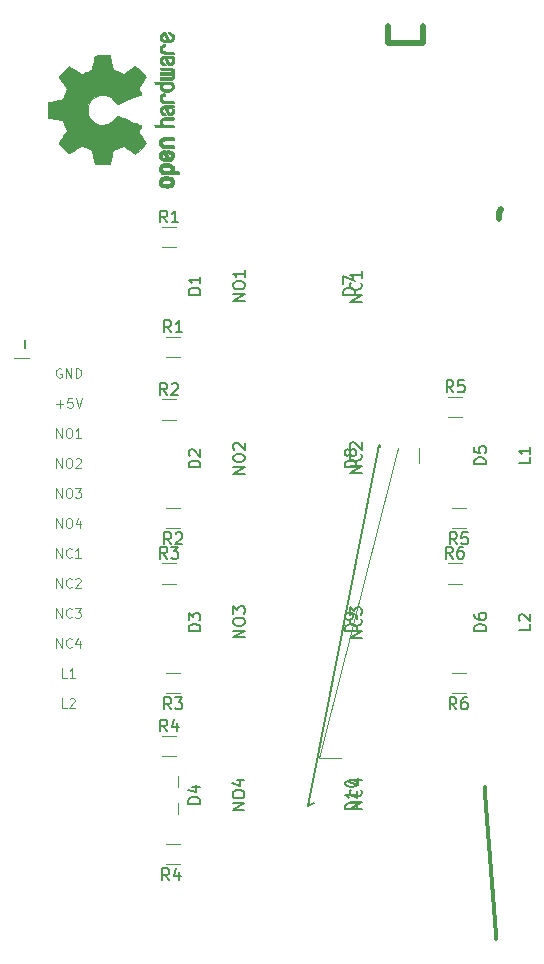
<source format=gbr>
From 35ea2e10994971fb5089b1f8554ff1da569ae500 Mon Sep 17 00:00:00 2001
From: easwaran
Date: Wed, 20 Mar 2019 15:50:23 +0530
Subject: label correction&additions in traffic&switches modules. Updated
 gerbers - both V1 and modules

---
 switches/gerber/switches-F.SilkS.gbr | 3491 ++++++++--------------------------
 1 file changed, 767 insertions(+), 2724 deletions(-)

(limited to 'switches/gerber/switches-F.SilkS.gbr')

diff --git a/switches/gerber/switches-F.SilkS.gbr b/switches/gerber/switches-F.SilkS.gbr
index 209ccbd..8cc5625 100644
--- a/switches/gerber/switches-F.SilkS.gbr
+++ b/switches/gerber/switches-F.SilkS.gbr
@@ -1,23 +1,343 @@
 G04 #@! TF.GenerationSoftware,KiCad,Pcbnew,5.0.1*
-G04 #@! TF.CreationDate,2019-01-22T15:06:49+05:30*
+G04 #@! TF.CreationDate,2019-03-20T13:16:04+05:30*
 G04 #@! TF.ProjectId,switches,73776974636865732E6B696361645F70,rev?*
 G04 #@! TF.SameCoordinates,Original*
 G04 #@! TF.FileFunction,Legend,Top*
 G04 #@! TF.FilePolarity,Positive*
 %FSLAX46Y46*%
 G04 Gerber Fmt 4.6, Leading zero omitted, Abs format (unit mm)*
-G04 Created by KiCad (PCBNEW 5.0.1) date Tue 22 Jan 2019 03:06:49 PM IST*
+G04 Created by KiCad (PCBNEW 5.0.1) date Wed 20 Mar 2019 01:16:04 PM IST*
 %MOMM*%
 %LPD*%
 G01*
 G04 APERTURE LIST*
-%ADD10C,0.300000*%
-%ADD11C,0.500000*%
-%ADD12C,0.120000*%
-%ADD13C,0.010000*%
+%ADD10C,0.100000*%
+%ADD11C,0.300000*%
+%ADD12C,0.500000*%
+%ADD13C,0.120000*%
 %ADD14C,0.150000*%
 G04 APERTURE END LIST*
 D10*
+X100958666Y-111818904D02*
+X100577714Y-111818904D01*
+X100577714Y-111018904D01*
+X101187238Y-111095095D02*
+X101225333Y-111057000D01*
+X101301523Y-111018904D01*
+X101492000Y-111018904D01*
+X101568190Y-111057000D01*
+X101606285Y-111095095D01*
+X101644380Y-111171285D01*
+X101644380Y-111247476D01*
+X101606285Y-111361761D01*
+X101149142Y-111818904D01*
+X101644380Y-111818904D01*
+X100958666Y-109278904D02*
+X100577714Y-109278904D01*
+X100577714Y-108478904D01*
+X101644380Y-109278904D02*
+X101187238Y-109278904D01*
+X101415809Y-109278904D02*
+X101415809Y-108478904D01*
+X101339619Y-108593190D01*
+X101263428Y-108669380D01*
+X101187238Y-108707476D01*
+X100082476Y-106738904D02*
+X100082476Y-105938904D01*
+X100539619Y-106738904D01*
+X100539619Y-105938904D01*
+X101377714Y-106662714D02*
+X101339619Y-106700809D01*
+X101225333Y-106738904D01*
+X101149142Y-106738904D01*
+X101034857Y-106700809D01*
+X100958666Y-106624619D01*
+X100920571Y-106548428D01*
+X100882476Y-106396047D01*
+X100882476Y-106281761D01*
+X100920571Y-106129380D01*
+X100958666Y-106053190D01*
+X101034857Y-105977000D01*
+X101149142Y-105938904D01*
+X101225333Y-105938904D01*
+X101339619Y-105977000D01*
+X101377714Y-106015095D01*
+X102063428Y-106205571D02*
+X102063428Y-106738904D01*
+X101872952Y-105900809D02*
+X101682476Y-106472238D01*
+X102177714Y-106472238D01*
+X100082476Y-104198904D02*
+X100082476Y-103398904D01*
+X100539619Y-104198904D01*
+X100539619Y-103398904D01*
+X101377714Y-104122714D02*
+X101339619Y-104160809D01*
+X101225333Y-104198904D01*
+X101149142Y-104198904D01*
+X101034857Y-104160809D01*
+X100958666Y-104084619D01*
+X100920571Y-104008428D01*
+X100882476Y-103856047D01*
+X100882476Y-103741761D01*
+X100920571Y-103589380D01*
+X100958666Y-103513190D01*
+X101034857Y-103437000D01*
+X101149142Y-103398904D01*
+X101225333Y-103398904D01*
+X101339619Y-103437000D01*
+X101377714Y-103475095D01*
+X101644380Y-103398904D02*
+X102139619Y-103398904D01*
+X101872952Y-103703666D01*
+X101987238Y-103703666D01*
+X102063428Y-103741761D01*
+X102101523Y-103779857D01*
+X102139619Y-103856047D01*
+X102139619Y-104046523D01*
+X102101523Y-104122714D01*
+X102063428Y-104160809D01*
+X101987238Y-104198904D01*
+X101758666Y-104198904D01*
+X101682476Y-104160809D01*
+X101644380Y-104122714D01*
+X100082476Y-101658904D02*
+X100082476Y-100858904D01*
+X100539619Y-101658904D01*
+X100539619Y-100858904D01*
+X101377714Y-101582714D02*
+X101339619Y-101620809D01*
+X101225333Y-101658904D01*
+X101149142Y-101658904D01*
+X101034857Y-101620809D01*
+X100958666Y-101544619D01*
+X100920571Y-101468428D01*
+X100882476Y-101316047D01*
+X100882476Y-101201761D01*
+X100920571Y-101049380D01*
+X100958666Y-100973190D01*
+X101034857Y-100897000D01*
+X101149142Y-100858904D01*
+X101225333Y-100858904D01*
+X101339619Y-100897000D01*
+X101377714Y-100935095D01*
+X101682476Y-100935095D02*
+X101720571Y-100897000D01*
+X101796761Y-100858904D01*
+X101987238Y-100858904D01*
+X102063428Y-100897000D01*
+X102101523Y-100935095D01*
+X102139619Y-101011285D01*
+X102139619Y-101087476D01*
+X102101523Y-101201761D01*
+X101644380Y-101658904D01*
+X102139619Y-101658904D01*
+X100082476Y-99118904D02*
+X100082476Y-98318904D01*
+X100539619Y-99118904D01*
+X100539619Y-98318904D01*
+X101377714Y-99042714D02*
+X101339619Y-99080809D01*
+X101225333Y-99118904D01*
+X101149142Y-99118904D01*
+X101034857Y-99080809D01*
+X100958666Y-99004619D01*
+X100920571Y-98928428D01*
+X100882476Y-98776047D01*
+X100882476Y-98661761D01*
+X100920571Y-98509380D01*
+X100958666Y-98433190D01*
+X101034857Y-98357000D01*
+X101149142Y-98318904D01*
+X101225333Y-98318904D01*
+X101339619Y-98357000D01*
+X101377714Y-98395095D01*
+X102139619Y-99118904D02*
+X101682476Y-99118904D01*
+X101911047Y-99118904D02*
+X101911047Y-98318904D01*
+X101834857Y-98433190D01*
+X101758666Y-98509380D01*
+X101682476Y-98547476D01*
+X100063428Y-96578904D02*
+X100063428Y-95778904D01*
+X100520571Y-96578904D01*
+X100520571Y-95778904D01*
+X101053904Y-95778904D02*
+X101206285Y-95778904D01*
+X101282476Y-95817000D01*
+X101358666Y-95893190D01*
+X101396761Y-96045571D01*
+X101396761Y-96312238D01*
+X101358666Y-96464619D01*
+X101282476Y-96540809D01*
+X101206285Y-96578904D01*
+X101053904Y-96578904D01*
+X100977714Y-96540809D01*
+X100901523Y-96464619D01*
+X100863428Y-96312238D01*
+X100863428Y-96045571D01*
+X100901523Y-95893190D01*
+X100977714Y-95817000D01*
+X101053904Y-95778904D01*
+X102082476Y-96045571D02*
+X102082476Y-96578904D01*
+X101892000Y-95740809D02*
+X101701523Y-96312238D01*
+X102196761Y-96312238D01*
+X100063428Y-94038904D02*
+X100063428Y-93238904D01*
+X100520571Y-94038904D01*
+X100520571Y-93238904D01*
+X101053904Y-93238904D02*
+X101206285Y-93238904D01*
+X101282476Y-93277000D01*
+X101358666Y-93353190D01*
+X101396761Y-93505571D01*
+X101396761Y-93772238D01*
+X101358666Y-93924619D01*
+X101282476Y-94000809D01*
+X101206285Y-94038904D01*
+X101053904Y-94038904D01*
+X100977714Y-94000809D01*
+X100901523Y-93924619D01*
+X100863428Y-93772238D01*
+X100863428Y-93505571D01*
+X100901523Y-93353190D01*
+X100977714Y-93277000D01*
+X101053904Y-93238904D01*
+X101663428Y-93238904D02*
+X102158666Y-93238904D01*
+X101892000Y-93543666D01*
+X102006285Y-93543666D01*
+X102082476Y-93581761D01*
+X102120571Y-93619857D01*
+X102158666Y-93696047D01*
+X102158666Y-93886523D01*
+X102120571Y-93962714D01*
+X102082476Y-94000809D01*
+X102006285Y-94038904D01*
+X101777714Y-94038904D01*
+X101701523Y-94000809D01*
+X101663428Y-93962714D01*
+X100063428Y-91498904D02*
+X100063428Y-90698904D01*
+X100520571Y-91498904D01*
+X100520571Y-90698904D01*
+X101053904Y-90698904D02*
+X101206285Y-90698904D01*
+X101282476Y-90737000D01*
+X101358666Y-90813190D01*
+X101396761Y-90965571D01*
+X101396761Y-91232238D01*
+X101358666Y-91384619D01*
+X101282476Y-91460809D01*
+X101206285Y-91498904D01*
+X101053904Y-91498904D01*
+X100977714Y-91460809D01*
+X100901523Y-91384619D01*
+X100863428Y-91232238D01*
+X100863428Y-90965571D01*
+X100901523Y-90813190D01*
+X100977714Y-90737000D01*
+X101053904Y-90698904D01*
+X101701523Y-90775095D02*
+X101739619Y-90737000D01*
+X101815809Y-90698904D01*
+X102006285Y-90698904D01*
+X102082476Y-90737000D01*
+X102120571Y-90775095D01*
+X102158666Y-90851285D01*
+X102158666Y-90927476D01*
+X102120571Y-91041761D01*
+X101663428Y-91498904D01*
+X102158666Y-91498904D01*
+X100063428Y-88958904D02*
+X100063428Y-88158904D01*
+X100520571Y-88958904D01*
+X100520571Y-88158904D01*
+X101053904Y-88158904D02*
+X101206285Y-88158904D01*
+X101282476Y-88197000D01*
+X101358666Y-88273190D01*
+X101396761Y-88425571D01*
+X101396761Y-88692238D01*
+X101358666Y-88844619D01*
+X101282476Y-88920809D01*
+X101206285Y-88958904D01*
+X101053904Y-88958904D01*
+X100977714Y-88920809D01*
+X100901523Y-88844619D01*
+X100863428Y-88692238D01*
+X100863428Y-88425571D01*
+X100901523Y-88273190D01*
+X100977714Y-88197000D01*
+X101053904Y-88158904D01*
+X102158666Y-88958904D02*
+X101701523Y-88958904D01*
+X101930095Y-88958904D02*
+X101930095Y-88158904D01*
+X101853904Y-88273190D01*
+X101777714Y-88349380D01*
+X101701523Y-88387476D01*
+X100063428Y-86114142D02*
+X100672952Y-86114142D01*
+X100368190Y-86418904D02*
+X100368190Y-85809380D01*
+X101434857Y-85618904D02*
+X101053904Y-85618904D01*
+X101015809Y-85999857D01*
+X101053904Y-85961761D01*
+X101130095Y-85923666D01*
+X101320571Y-85923666D01*
+X101396761Y-85961761D01*
+X101434857Y-85999857D01*
+X101472952Y-86076047D01*
+X101472952Y-86266523D01*
+X101434857Y-86342714D01*
+X101396761Y-86380809D01*
+X101320571Y-86418904D01*
+X101130095Y-86418904D01*
+X101053904Y-86380809D01*
+X101015809Y-86342714D01*
+X101701523Y-85618904D02*
+X101968190Y-86418904D01*
+X102234857Y-85618904D01*
+X100482476Y-83117000D02*
+X100406285Y-83078904D01*
+X100292000Y-83078904D01*
+X100177714Y-83117000D01*
+X100101523Y-83193190D01*
+X100063428Y-83269380D01*
+X100025333Y-83421761D01*
+X100025333Y-83536047D01*
+X100063428Y-83688428D01*
+X100101523Y-83764619D01*
+X100177714Y-83840809D01*
+X100292000Y-83878904D01*
+X100368190Y-83878904D01*
+X100482476Y-83840809D01*
+X100520571Y-83802714D01*
+X100520571Y-83536047D01*
+X100368190Y-83536047D01*
+X100863428Y-83878904D02*
+X100863428Y-83078904D01*
+X101320571Y-83878904D01*
+X101320571Y-83078904D01*
+X101701523Y-83878904D02*
+X101701523Y-83078904D01*
+X101892000Y-83078904D01*
+X102006285Y-83117000D01*
+X102082476Y-83193190D01*
+X102120571Y-83269380D01*
+X102158666Y-83421761D01*
+X102158666Y-83536047D01*
+X102120571Y-83688428D01*
+X102082476Y-83764619D01*
+X102006285Y-83840809D01*
+X101892000Y-83878904D01*
+X101701523Y-83878904D01*
+D11*
 X137259142Y-131432285D02*
 X137330571Y-131289428D01*
 X137330571Y-131003714D01*
@@ -148,7 +468,7 @@ X136402000Y-119146571D01*
 X136330571Y-119003714D01*
 X136330571Y-118718000D01*
 X136402000Y-118575142D01*
-D11*
+D12*
 X137549142Y-70476000D02*
 X137549142Y-69904571D01*
 X137692000Y-69618857D01*
@@ -306,7 +626,7 @@ X131151142Y-54118857D02*
 X131151142Y-55547428D01*
 X128151142Y-55547428D01*
 X128151142Y-54118857D01*
-D12*
+D13*
 G04 #@! TO.C,D10*
 X124199514Y-116109815D02*
 X122299514Y-116109815D01*
@@ -428,35 +748,35 @@ X128982000Y-89866905D01*
 X130742000Y-89866905D02*
 X130742000Y-91066905D01*
 G04 #@! TO.C,R6*
-X134400000Y-101323450D02*
-X133200000Y-101323450D01*
-X133200000Y-99563450D02*
-X134400000Y-99563450D01*
+X134750000Y-110608000D02*
+X133550000Y-110608000D01*
+X133550000Y-108848000D02*
+X134750000Y-108848000D01*
 G04 #@! TO.C,R5*
-X134458000Y-87240000D02*
-X133258000Y-87240000D01*
-X133258000Y-85480000D02*
-X134458000Y-85480000D01*
+X134750000Y-96638000D02*
+X133550000Y-96638000D01*
+X133550000Y-94878000D02*
+X134750000Y-94878000D01*
 G04 #@! TO.C,R4*
-X110214000Y-115955270D02*
-X109014000Y-115955270D01*
-X109014000Y-114195270D02*
-X110214000Y-114195270D01*
+X110564000Y-125086000D02*
+X109364000Y-125086000D01*
+X109364000Y-123326000D02*
+X110564000Y-123326000D01*
 G04 #@! TO.C,R3*
-X109014000Y-99576180D02*
-X110214000Y-99576180D01*
-X110214000Y-101336180D02*
-X109014000Y-101336180D01*
+X109364000Y-108848000D02*
+X110564000Y-108848000D01*
+X110564000Y-110608000D02*
+X109364000Y-110608000D01*
 G04 #@! TO.C,R2*
-X110214000Y-87479090D02*
-X109014000Y-87479090D01*
-X109014000Y-85719090D02*
-X110214000Y-85719090D01*
+X110564000Y-96638000D02*
+X109364000Y-96638000D01*
+X109364000Y-94878000D02*
+X110564000Y-94878000D01*
 G04 #@! TO.C,R1*
-X109014000Y-71100000D02*
-X110214000Y-71100000D01*
-X110214000Y-72860000D02*
-X109014000Y-72860000D01*
+X109364000Y-80400000D02*
+X110564000Y-80400000D01*
+X110564000Y-82160000D02*
+X109364000Y-82160000D01*
 G04 #@! TO.C,J1*
 X96460000Y-82236000D02*
 X97790000Y-82236000D01*
@@ -524,2556 +844,279 @@ X110374000Y-117629815D02*
 X110374000Y-118559815D01*
 X110374000Y-120789815D02*
 X110374000Y-119859815D01*
-D13*
-G04 #@! TO.C,REF\002A\002A\002A*
-G36*
-X108763903Y-66042100D02*
-X108819522Y-65930550D01*
-X108921931Y-65832092D01*
-X108959864Y-65804977D01*
-X109009500Y-65775438D01*
-X109063412Y-65756272D01*
-X109135364Y-65745307D01*
-X109239122Y-65740371D01*
-X109376101Y-65739287D01*
-X109563815Y-65744182D01*
-X109704758Y-65761196D01*
-X109809908Y-65793823D01*
-X109890243Y-65845558D01*
-X109956741Y-65919896D01*
-X109960678Y-65925358D01*
-X110000953Y-65998620D01*
-X110020880Y-66086840D01*
-X110025793Y-66199038D01*
-X110025793Y-66381433D01*
-X110202857Y-66381509D01*
-X110301470Y-66383207D01*
-X110359314Y-66393550D01*
-X110394006Y-66420578D01*
-X110423164Y-66472332D01*
-X110429121Y-66484761D01*
-X110457039Y-66542923D01*
-X110474672Y-66587956D01*
-X110476194Y-66621441D01*
-X110455781Y-66644962D01*
-X110407607Y-66660100D01*
-X110325846Y-66668437D01*
-X110204672Y-66671556D01*
-X110038260Y-66671040D01*
-X109820785Y-66668471D01*
-X109755736Y-66667668D01*
-X109531502Y-66664778D01*
-X109384821Y-66662188D01*
-X109384821Y-66381586D01*
-X109509326Y-66380009D01*
-X109590787Y-66373000D01*
-X109644515Y-66357142D01*
-X109685823Y-66329019D01*
-X109705971Y-66309925D01*
-X109764921Y-66231865D01*
-X109769720Y-66162753D01*
-X109721038Y-66091440D01*
-X109719241Y-66089632D01*
-X109681618Y-66060617D01*
-X109630484Y-66042967D01*
-X109551738Y-66034064D01*
-X109431276Y-66031291D01*
-X109404588Y-66031241D01*
-X109238583Y-66037942D01*
-X109123505Y-66059752D01*
-X109053254Y-66099235D01*
-X109021729Y-66158956D01*
-X109018552Y-66193472D01*
-X109033460Y-66275389D01*
-X109082548Y-66331579D01*
-X109172362Y-66365402D01*
-X109309445Y-66380220D01*
-X109384821Y-66381586D01*
-X109384821Y-66662188D01*
-X109357952Y-66661713D01*
-X109227382Y-66657753D01*
-X109132087Y-66652174D01*
-X109064364Y-66644254D01*
-X109016507Y-66633269D01*
-X108980813Y-66618499D01*
-X108949578Y-66599218D01*
-X108937824Y-66590951D01*
-X108826797Y-66481288D01*
-X108763847Y-66342635D01*
-X108746297Y-66182246D01*
-X108763903Y-66042100D01*
-X108763903Y-66042100D01*
-G37*
-X108763903Y-66042100D02*
-X108819522Y-65930550D01*
-X108921931Y-65832092D01*
-X108959864Y-65804977D01*
-X109009500Y-65775438D01*
-X109063412Y-65756272D01*
-X109135364Y-65745307D01*
-X109239122Y-65740371D01*
-X109376101Y-65739287D01*
-X109563815Y-65744182D01*
-X109704758Y-65761196D01*
-X109809908Y-65793823D01*
-X109890243Y-65845558D01*
-X109956741Y-65919896D01*
-X109960678Y-65925358D01*
-X110000953Y-65998620D01*
-X110020880Y-66086840D01*
-X110025793Y-66199038D01*
-X110025793Y-66381433D01*
-X110202857Y-66381509D01*
-X110301470Y-66383207D01*
-X110359314Y-66393550D01*
-X110394006Y-66420578D01*
-X110423164Y-66472332D01*
-X110429121Y-66484761D01*
-X110457039Y-66542923D01*
-X110474672Y-66587956D01*
-X110476194Y-66621441D01*
-X110455781Y-66644962D01*
-X110407607Y-66660100D01*
-X110325846Y-66668437D01*
-X110204672Y-66671556D01*
-X110038260Y-66671040D01*
-X109820785Y-66668471D01*
-X109755736Y-66667668D01*
-X109531502Y-66664778D01*
-X109384821Y-66662188D01*
-X109384821Y-66381586D01*
-X109509326Y-66380009D01*
-X109590787Y-66373000D01*
-X109644515Y-66357142D01*
-X109685823Y-66329019D01*
-X109705971Y-66309925D01*
-X109764921Y-66231865D01*
-X109769720Y-66162753D01*
-X109721038Y-66091440D01*
-X109719241Y-66089632D01*
-X109681618Y-66060617D01*
-X109630484Y-66042967D01*
-X109551738Y-66034064D01*
-X109431276Y-66031291D01*
-X109404588Y-66031241D01*
-X109238583Y-66037942D01*
-X109123505Y-66059752D01*
-X109053254Y-66099235D01*
-X109021729Y-66158956D01*
-X109018552Y-66193472D01*
-X109033460Y-66275389D01*
-X109082548Y-66331579D01*
-X109172362Y-66365402D01*
-X109309445Y-66380220D01*
-X109384821Y-66381586D01*
-X109384821Y-66662188D01*
-X109357952Y-66661713D01*
-X109227382Y-66657753D01*
-X109132087Y-66652174D01*
-X109064364Y-66644254D01*
-X109016507Y-66633269D01*
-X108980813Y-66618499D01*
-X108949578Y-66599218D01*
-X108937824Y-66590951D01*
-X108826797Y-66481288D01*
-X108763847Y-66342635D01*
-X108746297Y-66182246D01*
-X108763903Y-66042100D01*
-G36*
-X108779719Y-63796571D02*
-X108833914Y-63702877D01*
-X108887707Y-63637736D01*
-X108944066Y-63590093D01*
-X109012987Y-63557272D01*
-X109104468Y-63536594D01*
-X109228506Y-63525380D01*
-X109395098Y-63520951D01*
-X109514851Y-63520437D01*
-X109955659Y-63520437D01*
-X110011283Y-63644517D01*
-X110066907Y-63768598D01*
-X109584095Y-63783195D01*
-X109403779Y-63789227D01*
-X109272901Y-63795555D01*
-X109182511Y-63803394D01*
-X109123664Y-63813963D01*
-X109087413Y-63828477D01*
-X109064810Y-63848152D01*
-X109059917Y-63854465D01*
-X109021706Y-63950112D01*
-X109036827Y-64046793D01*
-X109076943Y-64104345D01*
-X109105370Y-64127755D01*
-X109142672Y-64143961D01*
-X109199223Y-64154259D01*
-X109285394Y-64159951D01*
-X109411558Y-64162336D01*
-X109543042Y-64162736D01*
-X109707999Y-64162814D01*
-X109824761Y-64165639D01*
-X109903510Y-64175093D01*
-X109954431Y-64195060D01*
-X109987706Y-64229424D01*
-X110013520Y-64282068D01*
-X110040344Y-64352383D01*
-X110069542Y-64429180D01*
-X109551346Y-64420038D01*
-X109364539Y-64416357D01*
-X109226490Y-64412050D01*
-X109127568Y-64405877D01*
-X109058145Y-64396598D01*
-X109008590Y-64382973D01*
-X108969273Y-64363761D01*
-X108934584Y-64340598D01*
-X108823770Y-64228848D01*
-X108759689Y-64092487D01*
-X108744339Y-63944175D01*
-X108779719Y-63796571D01*
-X108779719Y-63796571D01*
-G37*
-X108779719Y-63796571D02*
-X108833914Y-63702877D01*
-X108887707Y-63637736D01*
-X108944066Y-63590093D01*
-X109012987Y-63557272D01*
-X109104468Y-63536594D01*
-X109228506Y-63525380D01*
-X109395098Y-63520951D01*
-X109514851Y-63520437D01*
-X109955659Y-63520437D01*
-X110011283Y-63644517D01*
-X110066907Y-63768598D01*
-X109584095Y-63783195D01*
-X109403779Y-63789227D01*
-X109272901Y-63795555D01*
-X109182511Y-63803394D01*
-X109123664Y-63813963D01*
-X109087413Y-63828477D01*
-X109064810Y-63848152D01*
-X109059917Y-63854465D01*
-X109021706Y-63950112D01*
-X109036827Y-64046793D01*
-X109076943Y-64104345D01*
-X109105370Y-64127755D01*
-X109142672Y-64143961D01*
-X109199223Y-64154259D01*
-X109285394Y-64159951D01*
-X109411558Y-64162336D01*
-X109543042Y-64162736D01*
-X109707999Y-64162814D01*
-X109824761Y-64165639D01*
-X109903510Y-64175093D01*
-X109954431Y-64195060D01*
-X109987706Y-64229424D01*
-X110013520Y-64282068D01*
-X110040344Y-64352383D01*
-X110069542Y-64429180D01*
-X109551346Y-64420038D01*
-X109364539Y-64416357D01*
-X109226490Y-64412050D01*
-X109127568Y-64405877D01*
-X109058145Y-64396598D01*
-X109008590Y-64382973D01*
-X108969273Y-64363761D01*
-X108934584Y-64340598D01*
-X108823770Y-64228848D01*
-X108759689Y-64092487D01*
-X108744339Y-63944175D01*
-X108779719Y-63796571D01*
-G36*
-X108768015Y-67165779D02*
-X108839968Y-67028939D01*
-X108955766Y-66927949D01*
-X109030213Y-66892075D01*
-X109141992Y-66864161D01*
-X109283227Y-66849871D01*
-X109437371Y-66848516D01*
-X109587879Y-66859405D01*
-X109718205Y-66881847D01*
-X109811803Y-66915150D01*
-X109827922Y-66925385D01*
-X109948249Y-67046618D01*
-X110020317Y-67190613D01*
-X110041408Y-67346861D01*
-X110008802Y-67504852D01*
-X109989253Y-67548820D01*
-X109929012Y-67634444D01*
-X109849135Y-67709592D01*
-X109839004Y-67716694D01*
-X109790181Y-67745561D01*
-X109737990Y-67764643D01*
-X109669285Y-67775916D01*
-X109570918Y-67781355D01*
-X109429744Y-67782938D01*
-X109398092Y-67782965D01*
-X109388019Y-67782893D01*
-X109388019Y-67491011D01*
-X109521256Y-67489313D01*
-X109609674Y-67482628D01*
-X109666785Y-67468575D01*
-X109706102Y-67444771D01*
-X109719241Y-67432621D01*
-X109769172Y-67362764D01*
-X109766895Y-67294941D01*
-X109723584Y-67226365D01*
-X109677346Y-67185465D01*
-X109609857Y-67161242D01*
-X109503433Y-67147639D01*
-X109491020Y-67146706D01*
-X109298147Y-67144384D01*
-X109154900Y-67168650D01*
-X109062160Y-67219176D01*
-X109020807Y-67295632D01*
-X109018552Y-67322924D01*
-X109029893Y-67394589D01*
-X109069184Y-67443610D01*
-X109144326Y-67473582D01*
-X109263222Y-67488101D01*
-X109388019Y-67491011D01*
-X109388019Y-67782893D01*
-X109247659Y-67781878D01*
-X109142549Y-67777312D01*
-X109069714Y-67767312D01*
-X109016108Y-67749921D01*
-X108968681Y-67723184D01*
-X108959864Y-67717276D01*
-X108841007Y-67617968D01*
-X108772008Y-67509758D01*
-X108744619Y-67378019D01*
-X108743281Y-67333283D01*
-X108768015Y-67165779D01*
-X108768015Y-67165779D01*
-G37*
-X108768015Y-67165779D02*
-X108839968Y-67028939D01*
-X108955766Y-66927949D01*
-X109030213Y-66892075D01*
-X109141992Y-66864161D01*
-X109283227Y-66849871D01*
-X109437371Y-66848516D01*
-X109587879Y-66859405D01*
-X109718205Y-66881847D01*
-X109811803Y-66915150D01*
-X109827922Y-66925385D01*
-X109948249Y-67046618D01*
-X110020317Y-67190613D01*
-X110041408Y-67346861D01*
-X110008802Y-67504852D01*
-X109989253Y-67548820D01*
-X109929012Y-67634444D01*
-X109849135Y-67709592D01*
-X109839004Y-67716694D01*
-X109790181Y-67745561D01*
-X109737990Y-67764643D01*
-X109669285Y-67775916D01*
-X109570918Y-67781355D01*
-X109429744Y-67782938D01*
-X109398092Y-67782965D01*
-X109388019Y-67782893D01*
-X109388019Y-67491011D01*
-X109521256Y-67489313D01*
-X109609674Y-67482628D01*
-X109666785Y-67468575D01*
-X109706102Y-67444771D01*
-X109719241Y-67432621D01*
-X109769172Y-67362764D01*
-X109766895Y-67294941D01*
-X109723584Y-67226365D01*
-X109677346Y-67185465D01*
-X109609857Y-67161242D01*
-X109503433Y-67147639D01*
-X109491020Y-67146706D01*
-X109298147Y-67144384D01*
-X109154900Y-67168650D01*
-X109062160Y-67219176D01*
-X109020807Y-67295632D01*
-X109018552Y-67322924D01*
-X109029893Y-67394589D01*
-X109069184Y-67443610D01*
-X109144326Y-67473582D01*
-X109263222Y-67488101D01*
-X109388019Y-67491011D01*
-X109388019Y-67782893D01*
-X109247659Y-67781878D01*
-X109142549Y-67777312D01*
-X109069714Y-67767312D01*
-X109016108Y-67749921D01*
-X108968681Y-67723184D01*
-X108959864Y-67717276D01*
-X108841007Y-67617968D01*
-X108772008Y-67509758D01*
-X108744619Y-67378019D01*
-X108743281Y-67333283D01*
-X108768015Y-67165779D01*
-G36*
-X108786676Y-64898448D02*
-X108864111Y-64783342D01*
-X108975949Y-64694389D01*
-X109118265Y-64641251D01*
-X109223015Y-64630503D01*
-X109266726Y-64631724D01*
-X109300194Y-64641944D01*
-X109330179Y-64670039D01*
-X109363440Y-64724884D01*
-X109406738Y-64815355D01*
-X109466833Y-64950328D01*
-X109467134Y-64951011D01*
-X109524037Y-65075249D01*
-X109574565Y-65177127D01*
-X109613280Y-65246233D01*
-X109634740Y-65272154D01*
-X109634913Y-65272161D01*
-X109681644Y-65249315D01*
-X109733154Y-65195891D01*
-X109770261Y-65134558D01*
-X109777632Y-65103485D01*
-X109752138Y-65018711D01*
-X109688291Y-64945707D01*
-X109618094Y-64910087D01*
-X109566343Y-64875820D01*
-X109507409Y-64808697D01*
-X109456496Y-64729792D01*
-X109428809Y-64660179D01*
-X109427287Y-64645623D01*
-X109452321Y-64629237D01*
-X109516311Y-64628250D01*
-X109602593Y-64640292D01*
-X109694501Y-64662993D01*
-X109775369Y-64693986D01*
-X109778509Y-64695552D01*
-X109908734Y-64788819D01*
-X109997311Y-64909696D01*
-X110040786Y-65046973D01*
-X110035706Y-65189440D01*
-X109978616Y-65325888D01*
-X109974602Y-65331955D01*
-X109877326Y-65439290D01*
-X109750409Y-65509868D01*
-X109583526Y-65548926D01*
-X109536639Y-65554168D01*
-X109315329Y-65563452D01*
-X109212124Y-65552322D01*
-X109212124Y-65272161D01*
-X109276503Y-65268521D01*
-X109295291Y-65248611D01*
-X109281235Y-65198974D01*
-X109248009Y-65120733D01*
-X109206359Y-65033274D01*
-X109205256Y-65031101D01*
-X109166265Y-64956970D01*
-X109140244Y-64927219D01*
-X109112965Y-64934555D01*
-X109077121Y-64965447D01*
-X109025251Y-65044040D01*
-X109021439Y-65128677D01*
-X109059189Y-65204597D01*
-X109132001Y-65257035D01*
-X109212124Y-65272161D01*
-X109212124Y-65552322D01*
-X109138261Y-65544356D01*
-X108997829Y-65495366D01*
-X108899447Y-65427164D01*
-X108800030Y-65304065D01*
-X108750711Y-65168472D01*
-X108747568Y-65030045D01*
-X108786676Y-64898448D01*
-X108786676Y-64898448D01*
-G37*
-X108786676Y-64898448D02*
-X108864111Y-64783342D01*
-X108975949Y-64694389D01*
-X109118265Y-64641251D01*
-X109223015Y-64630503D01*
-X109266726Y-64631724D01*
-X109300194Y-64641944D01*
-X109330179Y-64670039D01*
-X109363440Y-64724884D01*
-X109406738Y-64815355D01*
-X109466833Y-64950328D01*
-X109467134Y-64951011D01*
-X109524037Y-65075249D01*
-X109574565Y-65177127D01*
-X109613280Y-65246233D01*
-X109634740Y-65272154D01*
-X109634913Y-65272161D01*
-X109681644Y-65249315D01*
-X109733154Y-65195891D01*
-X109770261Y-65134558D01*
-X109777632Y-65103485D01*
-X109752138Y-65018711D01*
-X109688291Y-64945707D01*
-X109618094Y-64910087D01*
-X109566343Y-64875820D01*
-X109507409Y-64808697D01*
-X109456496Y-64729792D01*
-X109428809Y-64660179D01*
-X109427287Y-64645623D01*
-X109452321Y-64629237D01*
-X109516311Y-64628250D01*
-X109602593Y-64640292D01*
-X109694501Y-64662993D01*
-X109775369Y-64693986D01*
-X109778509Y-64695552D01*
-X109908734Y-64788819D01*
-X109997311Y-64909696D01*
-X110040786Y-65046973D01*
-X110035706Y-65189440D01*
-X109978616Y-65325888D01*
-X109974602Y-65331955D01*
-X109877326Y-65439290D01*
-X109750409Y-65509868D01*
-X109583526Y-65548926D01*
-X109536639Y-65554168D01*
-X109315329Y-65563452D01*
-X109212124Y-65552322D01*
-X109212124Y-65272161D01*
-X109276503Y-65268521D01*
-X109295291Y-65248611D01*
-X109281235Y-65198974D01*
-X109248009Y-65120733D01*
-X109206359Y-65033274D01*
-X109205256Y-65031101D01*
-X109166265Y-64956970D01*
-X109140244Y-64927219D01*
-X109112965Y-64934555D01*
-X109077121Y-64965447D01*
-X109025251Y-65044040D01*
-X109021439Y-65128677D01*
-X109059189Y-65204597D01*
-X109132001Y-65257035D01*
-X109212124Y-65272161D01*
-X109212124Y-65552322D01*
-X109138261Y-65544356D01*
-X108997829Y-65495366D01*
-X108899447Y-65427164D01*
-X108800030Y-65304065D01*
-X108750711Y-65168472D01*
-X108747568Y-65030045D01*
-X108786676Y-64898448D01*
-G36*
-X108625857Y-62469402D02*
-X108745188Y-62460846D01*
-X108815506Y-62451019D01*
-X108846179Y-62437401D01*
-X108846571Y-62417473D01*
-X108842910Y-62411011D01*
-X108816398Y-62325060D01*
-X108817946Y-62213255D01*
-X108845199Y-62099586D01*
-X108880455Y-62028490D01*
-X108936778Y-61955595D01*
-X109000519Y-61902307D01*
-X109081510Y-61865725D01*
-X109189586Y-61842950D01*
-X109334580Y-61831081D01*
-X109526326Y-61827218D01*
-X109563109Y-61827149D01*
-X109976288Y-61827103D01*
-X110008339Y-61919046D01*
-X110030144Y-61984348D01*
-X110040297Y-62020176D01*
-X110040391Y-62021230D01*
-X110012860Y-62024758D01*
-X109936923Y-62027761D01*
-X109822565Y-62030010D01*
-X109679769Y-62031276D01*
-X109592951Y-62031471D01*
-X109421773Y-62031877D01*
-X109299088Y-62033968D01*
-X109215000Y-62039053D01*
-X109159614Y-62048440D01*
-X109123032Y-62063439D01*
-X109095359Y-62085358D01*
-X109082032Y-62099043D01*
-X109028328Y-62193051D01*
-X109024307Y-62295636D01*
-X109069725Y-62388710D01*
-X109086123Y-62405922D01*
-X109116957Y-62431168D01*
-X109153531Y-62448680D01*
-X109206415Y-62459858D01*
-X109286177Y-62466104D01*
-X109403385Y-62468818D01*
-X109564991Y-62469402D01*
-X109976288Y-62469402D01*
-X110008339Y-62561345D01*
-X110030144Y-62626647D01*
-X110040297Y-62662475D01*
-X110040391Y-62663529D01*
-X110012448Y-62666225D01*
-X109933630Y-62668655D01*
-X109811453Y-62670722D01*
-X109653432Y-62672329D01*
-X109467083Y-62673377D01*
-X109259920Y-62673769D01*
-X109250706Y-62673770D01*
-X108461020Y-62673770D01*
-X108420997Y-62578885D01*
-X108380973Y-62484000D01*
-X108625857Y-62469402D01*
-X108625857Y-62469402D01*
-G37*
-X108625857Y-62469402D02*
-X108745188Y-62460846D01*
-X108815506Y-62451019D01*
-X108846179Y-62437401D01*
-X108846571Y-62417473D01*
-X108842910Y-62411011D01*
-X108816398Y-62325060D01*
-X108817946Y-62213255D01*
-X108845199Y-62099586D01*
-X108880455Y-62028490D01*
-X108936778Y-61955595D01*
-X109000519Y-61902307D01*
-X109081510Y-61865725D01*
-X109189586Y-61842950D01*
-X109334580Y-61831081D01*
-X109526326Y-61827218D01*
-X109563109Y-61827149D01*
-X109976288Y-61827103D01*
-X110008339Y-61919046D01*
-X110030144Y-61984348D01*
-X110040297Y-62020176D01*
-X110040391Y-62021230D01*
-X110012860Y-62024758D01*
-X109936923Y-62027761D01*
-X109822565Y-62030010D01*
-X109679769Y-62031276D01*
-X109592951Y-62031471D01*
-X109421773Y-62031877D01*
-X109299088Y-62033968D01*
-X109215000Y-62039053D01*
-X109159614Y-62048440D01*
-X109123032Y-62063439D01*
-X109095359Y-62085358D01*
-X109082032Y-62099043D01*
-X109028328Y-62193051D01*
-X109024307Y-62295636D01*
-X109069725Y-62388710D01*
-X109086123Y-62405922D01*
-X109116957Y-62431168D01*
-X109153531Y-62448680D01*
-X109206415Y-62459858D01*
-X109286177Y-62466104D01*
-X109403385Y-62468818D01*
-X109564991Y-62469402D01*
-X109976288Y-62469402D01*
-X110008339Y-62561345D01*
-X110030144Y-62626647D01*
-X110040297Y-62662475D01*
-X110040391Y-62663529D01*
-X110012448Y-62666225D01*
-X109933630Y-62668655D01*
-X109811453Y-62670722D01*
-X109653432Y-62672329D01*
-X109467083Y-62673377D01*
-X109259920Y-62673769D01*
-X109250706Y-62673770D01*
-X108461020Y-62673770D01*
-X108420997Y-62578885D01*
-X108380973Y-62484000D01*
-X108625857Y-62469402D01*
-G36*
-X108826360Y-61134056D02*
-X108868842Y-61019657D01*
-X108869658Y-61018348D01*
-X108921730Y-60947597D01*
-X108982584Y-60895364D01*
-X109061887Y-60858629D01*
-X109169309Y-60834366D01*
-X109314517Y-60819555D01*
-X109507179Y-60811171D01*
-X109534628Y-60810436D01*
-X109948521Y-60799880D01*
-X109994456Y-60888709D01*
-X110025498Y-60952982D01*
-X110040206Y-60991790D01*
-X110040391Y-60993585D01*
-X110013250Y-61000300D01*
-X109940041Y-61005635D01*
-X109833081Y-61008917D01*
-X109746469Y-61009632D01*
-X109606162Y-61009649D01*
-X109518051Y-61016063D01*
-X109476025Y-61038420D01*
-X109473975Y-61086268D01*
-X109505790Y-61169151D01*
-X109564272Y-61294287D01*
-X109612845Y-61386303D01*
-X109654986Y-61433629D01*
-X109700916Y-61447542D01*
-X109703189Y-61447563D01*
-X109782311Y-61424605D01*
-X109825055Y-61356630D01*
-X109831246Y-61252602D01*
-X109830172Y-61177670D01*
-X109851753Y-61138161D01*
-X109903591Y-61113522D01*
-X109969632Y-61099341D01*
-X110007104Y-61119777D01*
-X110012467Y-61127472D01*
-X110034006Y-61199917D01*
-X110037055Y-61301367D01*
-X110022778Y-61405843D01*
-X109996688Y-61479875D01*
-X109909785Y-61582228D01*
-X109788816Y-61640409D01*
-X109694308Y-61651931D01*
-X109609062Y-61643138D01*
-X109539476Y-61611320D01*
-X109477672Y-61548316D01*
-X109415772Y-61445969D01*
-X109345897Y-61296118D01*
-X109341948Y-61286988D01*
-X109279588Y-61152003D01*
-X109228446Y-61068706D01*
-X109182488Y-61033003D01*
-X109135683Y-61040797D01*
-X109081998Y-61087993D01*
-X109069644Y-61102106D01*
-X109021741Y-61196641D01*
-X109023758Y-61294594D01*
-X109070724Y-61379903D01*
-X109157669Y-61436504D01*
-X109174734Y-61441763D01*
-X109257504Y-61492977D01*
-X109297372Y-61557963D01*
-X109336882Y-61651931D01*
-X109234658Y-61651931D01*
-X109086072Y-61623347D01*
-X108949784Y-61538505D01*
-X108904191Y-61494355D01*
-X108845674Y-61393995D01*
-X108819184Y-61266365D01*
-X108826360Y-61134056D01*
-X108826360Y-61134056D01*
-G37*
-X108826360Y-61134056D02*
-X108868842Y-61019657D01*
-X108869658Y-61018348D01*
-X108921730Y-60947597D01*
-X108982584Y-60895364D01*
-X109061887Y-60858629D01*
-X109169309Y-60834366D01*
-X109314517Y-60819555D01*
-X109507179Y-60811171D01*
-X109534628Y-60810436D01*
-X109948521Y-60799880D01*
-X109994456Y-60888709D01*
-X110025498Y-60952982D01*
-X110040206Y-60991790D01*
-X110040391Y-60993585D01*
-X110013250Y-61000300D01*
-X109940041Y-61005635D01*
-X109833081Y-61008917D01*
-X109746469Y-61009632D01*
-X109606162Y-61009649D01*
-X109518051Y-61016063D01*
-X109476025Y-61038420D01*
-X109473975Y-61086268D01*
-X109505790Y-61169151D01*
-X109564272Y-61294287D01*
-X109612845Y-61386303D01*
-X109654986Y-61433629D01*
-X109700916Y-61447542D01*
-X109703189Y-61447563D01*
-X109782311Y-61424605D01*
-X109825055Y-61356630D01*
-X109831246Y-61252602D01*
-X109830172Y-61177670D01*
-X109851753Y-61138161D01*
-X109903591Y-61113522D01*
-X109969632Y-61099341D01*
-X110007104Y-61119777D01*
-X110012467Y-61127472D01*
-X110034006Y-61199917D01*
-X110037055Y-61301367D01*
-X110022778Y-61405843D01*
-X109996688Y-61479875D01*
-X109909785Y-61582228D01*
-X109788816Y-61640409D01*
-X109694308Y-61651931D01*
-X109609062Y-61643138D01*
-X109539476Y-61611320D01*
-X109477672Y-61548316D01*
-X109415772Y-61445969D01*
-X109345897Y-61296118D01*
-X109341948Y-61286988D01*
-X109279588Y-61152003D01*
-X109228446Y-61068706D01*
-X109182488Y-61033003D01*
-X109135683Y-61040797D01*
-X109081998Y-61087993D01*
-X109069644Y-61102106D01*
-X109021741Y-61196641D01*
-X109023758Y-61294594D01*
-X109070724Y-61379903D01*
-X109157669Y-61436504D01*
-X109174734Y-61441763D01*
-X109257504Y-61492977D01*
-X109297372Y-61557963D01*
-X109336882Y-61651931D01*
-X109234658Y-61651931D01*
-X109086072Y-61623347D01*
-X108949784Y-61538505D01*
-X108904191Y-61494355D01*
-X108845674Y-61393995D01*
-X108819184Y-61266365D01*
-X108826360Y-61134056D01*
-G36*
-X108823920Y-60148057D02*
-X108872859Y-60015435D01*
-X108959419Y-59907990D01*
-X109020352Y-59865968D01*
-X109132161Y-59820157D01*
-X109213006Y-59821109D01*
-X109267378Y-59869192D01*
-X109276624Y-59886983D01*
-X109305450Y-59963796D01*
-X109298065Y-60003024D01*
-X109249658Y-60016311D01*
-X109222920Y-60016988D01*
-X109124548Y-60041314D01*
-X109055734Y-60104719D01*
-X109022498Y-60192846D01*
-X109030861Y-60291337D01*
-X109074296Y-60371398D01*
-X109099072Y-60398439D01*
-X109129129Y-60417606D01*
-X109174565Y-60430554D01*
-X109245476Y-60438936D01*
-X109351960Y-60444407D01*
-X109504112Y-60448622D01*
-X109552287Y-60449713D01*
-X109717095Y-60453693D01*
-X109833088Y-60458219D01*
-X109909833Y-60465005D01*
-X109956893Y-60475769D01*
-X109983835Y-60492227D01*
-X110000223Y-60516094D01*
-X110007463Y-60531374D01*
-X110032220Y-60596267D01*
-X110040391Y-60634466D01*
-X110013103Y-60647088D01*
-X109930603Y-60654792D01*
-X109791941Y-60657620D01*
-X109596162Y-60655614D01*
-X109565965Y-60654989D01*
-X109387349Y-60650579D01*
-X109256923Y-60645365D01*
-X109164492Y-60637945D01*
-X109099858Y-60626918D01*
-X109052825Y-60610883D01*
-X109013196Y-60588439D01*
-X108996215Y-60576698D01*
-X108921080Y-60509381D01*
-X108862638Y-60434090D01*
-X108857536Y-60424872D01*
-X108817260Y-60289867D01*
-X108823920Y-60148057D01*
-X108823920Y-60148057D01*
-G37*
-X108823920Y-60148057D02*
-X108872859Y-60015435D01*
-X108959419Y-59907990D01*
-X109020352Y-59865968D01*
-X109132161Y-59820157D01*
-X109213006Y-59821109D01*
-X109267378Y-59869192D01*
-X109276624Y-59886983D01*
-X109305450Y-59963796D01*
-X109298065Y-60003024D01*
-X109249658Y-60016311D01*
-X109222920Y-60016988D01*
-X109124548Y-60041314D01*
-X109055734Y-60104719D01*
-X109022498Y-60192846D01*
-X109030861Y-60291337D01*
-X109074296Y-60371398D01*
-X109099072Y-60398439D01*
-X109129129Y-60417606D01*
-X109174565Y-60430554D01*
-X109245476Y-60438936D01*
-X109351960Y-60444407D01*
-X109504112Y-60448622D01*
-X109552287Y-60449713D01*
-X109717095Y-60453693D01*
-X109833088Y-60458219D01*
-X109909833Y-60465005D01*
-X109956893Y-60475769D01*
-X109983835Y-60492227D01*
-X110000223Y-60516094D01*
-X110007463Y-60531374D01*
-X110032220Y-60596267D01*
-X110040391Y-60634466D01*
-X110013103Y-60647088D01*
-X109930603Y-60654792D01*
-X109791941Y-60657620D01*
-X109596162Y-60655614D01*
-X109565965Y-60654989D01*
-X109387349Y-60650579D01*
-X109256923Y-60645365D01*
-X109164492Y-60637945D01*
-X109099858Y-60626918D01*
-X109052825Y-60610883D01*
-X109013196Y-60588439D01*
-X108996215Y-60576698D01*
-X108921080Y-60509381D01*
-X108862638Y-60434090D01*
-X108857536Y-60424872D01*
-X108817260Y-60289867D01*
-X108823920Y-60148057D01*
-G36*
-X109056455Y-58820086D02*
-X109274661Y-58820457D01*
-X109442519Y-58821892D01*
-X109568070Y-58824998D01*
-X109659355Y-58830378D01*
-X109724415Y-58838638D01*
-X109771291Y-58850384D01*
-X109808024Y-58866219D01*
-X109828991Y-58878210D01*
-X109942694Y-58977510D01*
-X110013965Y-59103412D01*
-X110039538Y-59242709D01*
-X110016150Y-59382195D01*
-X109974119Y-59465257D01*
-X109901411Y-59552455D01*
-X109812612Y-59611883D01*
-X109696320Y-59647739D01*
-X109541135Y-59664219D01*
-X109427287Y-59666553D01*
-X109419106Y-59666239D01*
-X109419106Y-59462276D01*
-X109549657Y-59461030D01*
-X109636080Y-59455322D01*
-X109692618Y-59442196D01*
-X109733514Y-59418694D01*
-X109764362Y-59390614D01*
-X109823905Y-59296312D01*
-X109828992Y-59195060D01*
-X109779279Y-59099364D01*
-X109772543Y-59091916D01*
-X109737502Y-59060126D01*
-X109695811Y-59040192D01*
-X109633762Y-59029400D01*
-X109537644Y-59025035D01*
-X109431379Y-59024345D01*
-X109297880Y-59025841D01*
-X109208822Y-59032036D01*
-X109150293Y-59045486D01*
-X109108382Y-59068749D01*
-X109086123Y-59087825D01*
-X109029985Y-59176437D01*
-X109023235Y-59278492D01*
-X109066114Y-59375905D01*
-X109082032Y-59394704D01*
-X109117382Y-59426707D01*
-X109159502Y-59446682D01*
-X109222251Y-59457407D01*
-X109319487Y-59461661D01*
-X109419106Y-59462276D01*
-X109419106Y-59666239D01*
-X109243947Y-59659496D01*
-X109106195Y-59635528D01*
-X109002632Y-59590452D01*
-X108921856Y-59520072D01*
-X108880455Y-59465257D01*
-X108835728Y-59365624D01*
-X108814967Y-59250145D01*
-X108820525Y-59142801D01*
-X108842943Y-59082736D01*
-X108849323Y-59059165D01*
-X108825535Y-59043523D01*
-X108761788Y-59032605D01*
-X108664687Y-59024345D01*
-X108556541Y-59015301D01*
-X108491475Y-59002739D01*
-X108454268Y-58979881D01*
-X108429699Y-58939949D01*
-X108418819Y-58914862D01*
-X108379072Y-58819977D01*
-X109056455Y-58820086D01*
-X109056455Y-58820086D01*
-G37*
-X109056455Y-58820086D02*
-X109274661Y-58820457D01*
-X109442519Y-58821892D01*
-X109568070Y-58824998D01*
-X109659355Y-58830378D01*
-X109724415Y-58838638D01*
-X109771291Y-58850384D01*
-X109808024Y-58866219D01*
-X109828991Y-58878210D01*
-X109942694Y-58977510D01*
-X110013965Y-59103412D01*
-X110039538Y-59242709D01*
-X110016150Y-59382195D01*
-X109974119Y-59465257D01*
-X109901411Y-59552455D01*
-X109812612Y-59611883D01*
-X109696320Y-59647739D01*
-X109541135Y-59664219D01*
-X109427287Y-59666553D01*
-X109419106Y-59666239D01*
-X109419106Y-59462276D01*
-X109549657Y-59461030D01*
-X109636080Y-59455322D01*
-X109692618Y-59442196D01*
-X109733514Y-59418694D01*
-X109764362Y-59390614D01*
-X109823905Y-59296312D01*
-X109828992Y-59195060D01*
-X109779279Y-59099364D01*
-X109772543Y-59091916D01*
-X109737502Y-59060126D01*
-X109695811Y-59040192D01*
-X109633762Y-59029400D01*
-X109537644Y-59025035D01*
-X109431379Y-59024345D01*
-X109297880Y-59025841D01*
-X109208822Y-59032036D01*
-X109150293Y-59045486D01*
-X109108382Y-59068749D01*
-X109086123Y-59087825D01*
-X109029985Y-59176437D01*
-X109023235Y-59278492D01*
-X109066114Y-59375905D01*
-X109082032Y-59394704D01*
-X109117382Y-59426707D01*
-X109159502Y-59446682D01*
-X109222251Y-59457407D01*
-X109319487Y-59461661D01*
-X109419106Y-59462276D01*
-X109419106Y-59666239D01*
-X109243947Y-59659496D01*
-X109106195Y-59635528D01*
-X109002632Y-59590452D01*
-X108921856Y-59520072D01*
-X108880455Y-59465257D01*
-X108835728Y-59365624D01*
-X108814967Y-59250145D01*
-X108820525Y-59142801D01*
-X108842943Y-59082736D01*
-X108849323Y-59059165D01*
-X108825535Y-59043523D01*
-X108761788Y-59032605D01*
-X108664687Y-59024345D01*
-X108556541Y-59015301D01*
-X108491475Y-59002739D01*
-X108454268Y-58979881D01*
-X108429699Y-58939949D01*
-X108418819Y-58914862D01*
-X108379072Y-58819977D01*
-X109056455Y-58820086D01*
-G36*
-X108841840Y-57633876D02*
-X108918653Y-57629421D01*
-X109035391Y-57625929D01*
-X109182821Y-57623685D01*
-X109337455Y-57622965D01*
-X109860727Y-57622965D01*
-X109953117Y-57715355D01*
-X110010047Y-57779022D01*
-X110033107Y-57834911D01*
-X110031647Y-57911298D01*
-X110027934Y-57941620D01*
-X110017126Y-58036390D01*
-X110010933Y-58114778D01*
-X110010361Y-58133885D01*
-X110014102Y-58198301D01*
-X110023494Y-58290429D01*
-X110027934Y-58326150D01*
-X110034801Y-58413886D01*
-X110019885Y-58472847D01*
-X109973835Y-58531310D01*
-X109953117Y-58552415D01*
-X109860727Y-58644805D01*
-X108881947Y-58644805D01*
-X108848066Y-58570442D01*
-X108822970Y-58506410D01*
-X108814184Y-58468948D01*
-X108841950Y-58459343D01*
-X108919530Y-58450365D01*
-X109038348Y-58442614D01*
-X109189828Y-58436686D01*
-X109317805Y-58433827D01*
-X109821425Y-58425839D01*
-X109831278Y-58356152D01*
-X109824389Y-58292771D01*
-X109802083Y-58261714D01*
-X109760379Y-58253033D01*
-X109671544Y-58245622D01*
-X109546834Y-58240069D01*
-X109397507Y-58236964D01*
-X109320661Y-58236516D01*
-X108878287Y-58236069D01*
-X108846235Y-58144126D01*
-X108824443Y-58079051D01*
-X108814281Y-58043653D01*
-X108814184Y-58042632D01*
-X108841809Y-58039080D01*
-X108918411Y-58035177D01*
-X109034579Y-58031249D01*
-X109180904Y-58027624D01*
-X109317805Y-58025092D01*
-X109821425Y-58017103D01*
-X109821425Y-57841931D01*
-X109361965Y-57833893D01*
-X108902505Y-57825854D01*
-X108858344Y-57740457D01*
-X108828019Y-57677407D01*
-X108814258Y-57640090D01*
-X108814184Y-57639013D01*
-X108841840Y-57633876D01*
-X108841840Y-57633876D01*
-G37*
-X108841840Y-57633876D02*
-X108918653Y-57629421D01*
-X109035391Y-57625929D01*
-X109182821Y-57623685D01*
-X109337455Y-57622965D01*
-X109860727Y-57622965D01*
-X109953117Y-57715355D01*
-X110010047Y-57779022D01*
-X110033107Y-57834911D01*
-X110031647Y-57911298D01*
-X110027934Y-57941620D01*
-X110017126Y-58036390D01*
-X110010933Y-58114778D01*
-X110010361Y-58133885D01*
-X110014102Y-58198301D01*
-X110023494Y-58290429D01*
-X110027934Y-58326150D01*
-X110034801Y-58413886D01*
-X110019885Y-58472847D01*
-X109973835Y-58531310D01*
-X109953117Y-58552415D01*
-X109860727Y-58644805D01*
-X108881947Y-58644805D01*
-X108848066Y-58570442D01*
-X108822970Y-58506410D01*
-X108814184Y-58468948D01*
-X108841950Y-58459343D01*
-X108919530Y-58450365D01*
-X109038348Y-58442614D01*
-X109189828Y-58436686D01*
-X109317805Y-58433827D01*
-X109821425Y-58425839D01*
-X109831278Y-58356152D01*
-X109824389Y-58292771D01*
-X109802083Y-58261714D01*
-X109760379Y-58253033D01*
-X109671544Y-58245622D01*
-X109546834Y-58240069D01*
-X109397507Y-58236964D01*
-X109320661Y-58236516D01*
-X108878287Y-58236069D01*
-X108846235Y-58144126D01*
-X108824443Y-58079051D01*
-X108814281Y-58043653D01*
-X108814184Y-58042632D01*
-X108841809Y-58039080D01*
-X108918411Y-58035177D01*
-X109034579Y-58031249D01*
-X109180904Y-58027624D01*
-X109317805Y-58025092D01*
-X109821425Y-58017103D01*
-X109821425Y-57841931D01*
-X109361965Y-57833893D01*
-X108902505Y-57825854D01*
-X108858344Y-57740457D01*
-X108828019Y-57677407D01*
-X108814258Y-57640090D01*
-X108814184Y-57639013D01*
-X108841840Y-57633876D01*
-G36*
-X108837156Y-56899594D02*
-X108875393Y-56815531D01*
-X108921726Y-56749550D01*
-X108973532Y-56701206D01*
-X109040363Y-56667828D01*
-X109131769Y-56646747D01*
-X109257301Y-56635293D01*
-X109426508Y-56630797D01*
-X109537933Y-56630322D01*
-X109972627Y-56630322D01*
-X110006509Y-56704684D01*
-X110031272Y-56763254D01*
-X110040391Y-56792270D01*
-X110013257Y-56797821D01*
-X109940094Y-56802225D01*
-X109833263Y-56804922D01*
-X109748437Y-56805494D01*
-X109625887Y-56807954D01*
-X109528668Y-56814588D01*
-X109469134Y-56824274D01*
-X109456483Y-56831968D01*
-X109469402Y-56883689D01*
-X109502539Y-56964883D01*
-X109547461Y-57058898D01*
-X109595735Y-57149083D01*
-X109638928Y-57218785D01*
-X109668608Y-57251352D01*
-X109668929Y-57251481D01*
-X109723857Y-57248680D01*
-X109776292Y-57223561D01*
-X109818881Y-57179459D01*
-X109833126Y-57115091D01*
-X109831466Y-57060079D01*
-X109830245Y-56982165D01*
-X109848498Y-56941268D01*
-X109896726Y-56916705D01*
-X109905820Y-56913608D01*
-X109974598Y-56902960D01*
-X110016360Y-56931435D01*
-X110036263Y-57005656D01*
-X110039944Y-57085832D01*
-X110012658Y-57230110D01*
-X109973690Y-57304797D01*
-X109882148Y-57397037D01*
-X109769782Y-57445957D01*
-X109651051Y-57450346D01*
-X109540411Y-57408999D01*
-X109471080Y-57346803D01*
-X109432265Y-57284706D01*
-X109383125Y-57187105D01*
-X109333292Y-57073368D01*
-X109325677Y-57054410D01*
-X109270545Y-56929479D01*
-X109221954Y-56857461D01*
-X109173647Y-56834300D01*
-X109119370Y-56855936D01*
-X109076943Y-56893080D01*
-X109024702Y-56980873D01*
-X109020784Y-57077470D01*
-X109061041Y-57166056D01*
-X109141326Y-57229814D01*
-X109162040Y-57238183D01*
-X109238225Y-57286904D01*
-X109294785Y-57358035D01*
-X109341201Y-57447793D01*
-X109209584Y-57447793D01*
-X109129168Y-57442510D01*
-X109065786Y-57419858D01*
-X108998163Y-57369633D01*
-X108946076Y-57321418D01*
-X108872322Y-57246446D01*
-X108832702Y-57188194D01*
-X108816810Y-57125628D01*
-X108814184Y-57054807D01*
-X108837156Y-56899594D01*
-X108837156Y-56899594D01*
-G37*
-X108837156Y-56899594D02*
-X108875393Y-56815531D01*
-X108921726Y-56749550D01*
-X108973532Y-56701206D01*
-X109040363Y-56667828D01*
-X109131769Y-56646747D01*
-X109257301Y-56635293D01*
-X109426508Y-56630797D01*
-X109537933Y-56630322D01*
-X109972627Y-56630322D01*
-X110006509Y-56704684D01*
-X110031272Y-56763254D01*
-X110040391Y-56792270D01*
-X110013257Y-56797821D01*
-X109940094Y-56802225D01*
-X109833263Y-56804922D01*
-X109748437Y-56805494D01*
-X109625887Y-56807954D01*
-X109528668Y-56814588D01*
-X109469134Y-56824274D01*
-X109456483Y-56831968D01*
-X109469402Y-56883689D01*
-X109502539Y-56964883D01*
-X109547461Y-57058898D01*
-X109595735Y-57149083D01*
-X109638928Y-57218785D01*
-X109668608Y-57251352D01*
-X109668929Y-57251481D01*
-X109723857Y-57248680D01*
-X109776292Y-57223561D01*
-X109818881Y-57179459D01*
-X109833126Y-57115091D01*
-X109831466Y-57060079D01*
-X109830245Y-56982165D01*
-X109848498Y-56941268D01*
-X109896726Y-56916705D01*
-X109905820Y-56913608D01*
-X109974598Y-56902960D01*
-X110016360Y-56931435D01*
-X110036263Y-57005656D01*
-X110039944Y-57085832D01*
-X110012658Y-57230110D01*
-X109973690Y-57304797D01*
-X109882148Y-57397037D01*
-X109769782Y-57445957D01*
-X109651051Y-57450346D01*
-X109540411Y-57408999D01*
-X109471080Y-57346803D01*
-X109432265Y-57284706D01*
-X109383125Y-57187105D01*
-X109333292Y-57073368D01*
-X109325677Y-57054410D01*
-X109270545Y-56929479D01*
-X109221954Y-56857461D01*
-X109173647Y-56834300D01*
-X109119370Y-56855936D01*
-X109076943Y-56893080D01*
-X109024702Y-56980873D01*
-X109020784Y-57077470D01*
-X109061041Y-57166056D01*
-X109141326Y-57229814D01*
-X109162040Y-57238183D01*
-X109238225Y-57286904D01*
-X109294785Y-57358035D01*
-X109341201Y-57447793D01*
-X109209584Y-57447793D01*
-X109129168Y-57442510D01*
-X109065786Y-57419858D01*
-X108998163Y-57369633D01*
-X108946076Y-57321418D01*
-X108872322Y-57246446D01*
-X108832702Y-57188194D01*
-X108816810Y-57125628D01*
-X108814184Y-57054807D01*
-X108837156Y-56899594D01*
-G36*
-X108842018Y-55878310D02*
-X108857269Y-55843415D01*
-X108923235Y-55760123D01*
-X109018618Y-55688897D01*
-X109120406Y-55644847D01*
-X109170587Y-55637678D01*
-X109240647Y-55661715D01*
-X109277717Y-55714439D01*
-X109300164Y-55770969D01*
-X109304300Y-55796854D01*
-X109274283Y-55809458D01*
-X109208961Y-55834346D01*
-X109179445Y-55845265D01*
-X109077348Y-55906492D01*
-X109026423Y-55995139D01*
-X109027989Y-56108807D01*
-X109029994Y-56117226D01*
-X109058767Y-56177912D01*
-X109114859Y-56222526D01*
-X109205163Y-56252998D01*
-X109336571Y-56271256D01*
-X109515974Y-56279229D01*
-X109611433Y-56279977D01*
-X109761913Y-56280348D01*
-X109864495Y-56282777D01*
-X109929672Y-56289240D01*
-X109967938Y-56301712D01*
-X109989785Y-56322167D01*
-X110005707Y-56352581D01*
-X110006509Y-56354339D01*
-X110031272Y-56412909D01*
-X110040391Y-56441925D01*
-X110012822Y-56446384D01*
-X109936620Y-56450201D01*
-X109821541Y-56453101D01*
-X109677341Y-56454809D01*
-X109571814Y-56455149D01*
-X109367613Y-56453412D01*
-X109212697Y-56446618D01*
-X109098024Y-56432393D01*
-X109014551Y-56408362D01*
-X108953236Y-56372152D01*
-X108905034Y-56321388D01*
-X108871393Y-56271261D01*
-X108826619Y-56150725D01*
-X108816521Y-56010443D01*
-X108842018Y-55878310D01*
-X108842018Y-55878310D01*
-G37*
-X108842018Y-55878310D02*
-X108857269Y-55843415D01*
-X108923235Y-55760123D01*
-X109018618Y-55688897D01*
-X109120406Y-55644847D01*
-X109170587Y-55637678D01*
-X109240647Y-55661715D01*
-X109277717Y-55714439D01*
-X109300164Y-55770969D01*
-X109304300Y-55796854D01*
-X109274283Y-55809458D01*
-X109208961Y-55834346D01*
-X109179445Y-55845265D01*
-X109077348Y-55906492D01*
-X109026423Y-55995139D01*
-X109027989Y-56108807D01*
-X109029994Y-56117226D01*
-X109058767Y-56177912D01*
-X109114859Y-56222526D01*
-X109205163Y-56252998D01*
-X109336571Y-56271256D01*
-X109515974Y-56279229D01*
-X109611433Y-56279977D01*
-X109761913Y-56280348D01*
-X109864495Y-56282777D01*
-X109929672Y-56289240D01*
-X109967938Y-56301712D01*
-X109989785Y-56322167D01*
-X110005707Y-56352581D01*
-X110006509Y-56354339D01*
-X110031272Y-56412909D01*
-X110040391Y-56441925D01*
-X110012822Y-56446384D01*
-X109936620Y-56450201D01*
-X109821541Y-56453101D01*
-X109677341Y-56454809D01*
-X109571814Y-56455149D01*
-X109367613Y-56453412D01*
-X109212697Y-56446618D01*
-X109098024Y-56432393D01*
-X109014551Y-56408362D01*
-X108953236Y-56372152D01*
-X108905034Y-56321388D01*
-X108871393Y-56271261D01*
-X108826619Y-56150725D01*
-X108816521Y-56010443D01*
-X108842018Y-55878310D01*
-G36*
-X108858540Y-54870561D02*
-X108934034Y-54755050D01*
-X109001617Y-54699336D01*
-X109124255Y-54655196D01*
-X109221298Y-54651691D01*
-X109351056Y-54659632D01*
-X109482039Y-54958885D01*
-X109548958Y-55104389D01*
-X109602790Y-55199463D01*
-X109649416Y-55248899D01*
-X109694720Y-55257489D01*
-X109744582Y-55230028D01*
-X109777632Y-55199747D01*
-X109830633Y-55111637D01*
-X109834347Y-55015804D01*
-X109793041Y-54927788D01*
-X109710983Y-54863131D01*
-X109682008Y-54851567D01*
-X109591509Y-54796175D01*
-X109552940Y-54732447D01*
-X109519946Y-54645034D01*
-X109645034Y-54645034D01*
-X109730156Y-54652762D01*
-X109801938Y-54683034D01*
-X109884356Y-54746482D01*
-X109895066Y-54755912D01*
-X109968391Y-54826487D01*
-X110007742Y-54887153D01*
-X110025845Y-54963050D01*
-X110031774Y-55025970D01*
-X110033251Y-55138513D01*
-X110014535Y-55218630D01*
-X109986747Y-55268610D01*
-X109925641Y-55347162D01*
-X109859554Y-55401537D01*
-X109776441Y-55435948D01*
-X109664254Y-55454612D01*
-X109510946Y-55461744D01*
-X109433136Y-55462313D01*
-X109339853Y-55460378D01*
-X109339853Y-55284101D01*
-X109389896Y-55282056D01*
-X109398092Y-55276961D01*
-X109386958Y-55243334D01*
-X109357493Y-55170970D01*
-X109315601Y-55074253D01*
-X109306597Y-55054027D01*
-X109244442Y-54931797D01*
-X109189815Y-54864453D01*
-X109138649Y-54849652D01*
-X109086876Y-54885053D01*
-X109064000Y-54914289D01*
-X109018250Y-55019784D01*
-X109025808Y-55118524D01*
-X109081651Y-55201188D01*
-X109180753Y-55258452D01*
-X109259414Y-55276812D01*
-X109339853Y-55284101D01*
-X109339853Y-55460378D01*
-X109251351Y-55458541D01*
-X109116853Y-55444641D01*
-X109018916Y-55417106D01*
-X108946811Y-55372428D01*
-X108889813Y-55307099D01*
-X108871393Y-55278617D01*
-X108823422Y-55149237D01*
-X108820403Y-55007588D01*
-X108858540Y-54870561D01*
-X108858540Y-54870561D01*
-G37*
-X108858540Y-54870561D02*
-X108934034Y-54755050D01*
-X109001617Y-54699336D01*
-X109124255Y-54655196D01*
-X109221298Y-54651691D01*
-X109351056Y-54659632D01*
-X109482039Y-54958885D01*
-X109548958Y-55104389D01*
-X109602790Y-55199463D01*
-X109649416Y-55248899D01*
-X109694720Y-55257489D01*
-X109744582Y-55230028D01*
-X109777632Y-55199747D01*
-X109830633Y-55111637D01*
-X109834347Y-55015804D01*
-X109793041Y-54927788D01*
-X109710983Y-54863131D01*
-X109682008Y-54851567D01*
-X109591509Y-54796175D01*
-X109552940Y-54732447D01*
-X109519946Y-54645034D01*
-X109645034Y-54645034D01*
-X109730156Y-54652762D01*
-X109801938Y-54683034D01*
-X109884356Y-54746482D01*
-X109895066Y-54755912D01*
-X109968391Y-54826487D01*
-X110007742Y-54887153D01*
-X110025845Y-54963050D01*
-X110031774Y-55025970D01*
-X110033251Y-55138513D01*
-X110014535Y-55218630D01*
-X109986747Y-55268610D01*
-X109925641Y-55347162D01*
-X109859554Y-55401537D01*
-X109776441Y-55435948D01*
-X109664254Y-55454612D01*
-X109510946Y-55461744D01*
-X109433136Y-55462313D01*
-X109339853Y-55460378D01*
-X109339853Y-55284101D01*
-X109389896Y-55282056D01*
-X109398092Y-55276961D01*
-X109386958Y-55243334D01*
-X109357493Y-55170970D01*
-X109315601Y-55074253D01*
-X109306597Y-55054027D01*
-X109244442Y-54931797D01*
-X109189815Y-54864453D01*
-X109138649Y-54849652D01*
-X109086876Y-54885053D01*
-X109064000Y-54914289D01*
-X109018250Y-55019784D01*
-X109025808Y-55118524D01*
-X109081651Y-55201188D01*
-X109180753Y-55258452D01*
-X109259414Y-55276812D01*
-X109339853Y-55284101D01*
-X109339853Y-55460378D01*
-X109251351Y-55458541D01*
-X109116853Y-55444641D01*
-X109018916Y-55417106D01*
-X108946811Y-55372428D01*
-X108889813Y-55307099D01*
-X108871393Y-55278617D01*
-X108823422Y-55149237D01*
-X108820403Y-55007588D01*
-X108858540Y-54870561D01*
-G36*
-X99354998Y-61004986D02*
-X99355863Y-60846994D01*
-X99358205Y-60732653D01*
-X99362762Y-60654593D01*
-X99370270Y-60605446D01*
-X99381466Y-60577841D01*
-X99397088Y-60564408D01*
-X99417873Y-60557779D01*
-X99420563Y-60557135D01*
-X99469113Y-60547065D01*
-X99564905Y-60528425D01*
-X99697743Y-60503155D01*
-X99857431Y-60473193D01*
-X100033774Y-60440478D01*
-X100039967Y-60439336D01*
-X100212782Y-60406567D01*
-X100365469Y-60375907D01*
-X100488871Y-60349336D01*
-X100573831Y-60328833D01*
-X100611190Y-60316374D01*
-X100611852Y-60315780D01*
-X100630095Y-60279081D01*
-X100660497Y-60203414D01*
-X100696493Y-60105122D01*
-X100696685Y-60104575D01*
-X100743222Y-59980767D01*
-X100802504Y-59834804D01*
-X100862109Y-59697219D01*
-X100865056Y-59690707D01*
-X100966765Y-59466610D01*
-X100627897Y-58970381D01*
-X100524592Y-58818154D01*
-X100432237Y-58680259D01*
-X100356084Y-58564685D01*
-X100301385Y-58479421D01*
-X100273393Y-58432456D01*
-X100271317Y-58427996D01*
-X100280560Y-58393866D01*
-X100325156Y-58330119D01*
-X100407209Y-58234269D01*
-X100528821Y-58103831D01*
-X100658205Y-57970672D01*
-X100785702Y-57842306D01*
-X100902046Y-57727419D01*
-X101000052Y-57632927D01*
-X101072536Y-57565747D01*
-X101112313Y-57532794D01*
-X101114361Y-57531568D01*
-X101141656Y-57527926D01*
-X101186234Y-57541650D01*
-X101254112Y-57576131D01*
-X101351311Y-57634761D01*
-X101483851Y-57720930D01*
-X101654476Y-57835800D01*
-X101804655Y-57937746D01*
-X101939350Y-58028877D01*
-X102050740Y-58103927D01*
-X102131005Y-58157631D01*
-X102172325Y-58184720D01*
-X102175130Y-58186426D01*
-X102214721Y-58183118D01*
-X102291669Y-58158047D01*
-X102391432Y-58116202D01*
-X102423291Y-58101288D01*
-X102565226Y-58036214D01*
-X102726273Y-57966788D01*
-X102865621Y-57910391D01*
-X102969044Y-57869753D01*
-X103047642Y-57837474D01*
-X103088720Y-57818822D01*
-X103091885Y-57816503D01*
-X103097128Y-57782197D01*
-X103111494Y-57701331D01*
-X103132937Y-57584657D01*
-X103159413Y-57442925D01*
-X103188877Y-57286890D01*
-X103219283Y-57127302D01*
-X103248588Y-56974915D01*
-X103274745Y-56840479D01*
-X103295710Y-56734748D01*
-X103309439Y-56668474D01*
-X103313320Y-56652218D01*
-X103322900Y-56635427D01*
-X103344536Y-56622751D01*
-X103385531Y-56613622D01*
-X103453189Y-56607469D01*
-X103554812Y-56603720D01*
-X103697703Y-56601808D01*
-X103889165Y-56601160D01*
-X103967645Y-56601126D01*
-X104605906Y-56601126D01*
-X104636160Y-56754402D01*
-X104652564Y-56839678D01*
-X104676509Y-56966930D01*
-X104705107Y-57120685D01*
-X104735467Y-57285466D01*
-X104743806Y-57331011D01*
-X104773370Y-57483068D01*
-X104802442Y-57615532D01*
-X104828329Y-57717286D01*
-X104848337Y-57777212D01*
-X104854301Y-57787195D01*
-X104896534Y-57811707D01*
-X104978370Y-57846852D01*
-X105083683Y-57885827D01*
-X105106368Y-57893558D01*
-X105247018Y-57944640D01*
-X105405714Y-58008046D01*
-X105548225Y-58070096D01*
-X105548886Y-58070402D01*
-X105772440Y-58173733D01*
-X106772232Y-57494039D01*
-X107209300Y-57930379D01*
-X107339381Y-58062351D01*
-X107454048Y-58182721D01*
-X107547181Y-58284727D01*
-X107612658Y-58361609D01*
-X107644357Y-58406607D01*
-X107646368Y-58413062D01*
-X107630529Y-58450960D01*
-X107586496Y-58528292D01*
-X107519490Y-58636611D01*
-X107434734Y-58767468D01*
-X107339816Y-58908948D01*
-X107242998Y-59052539D01*
-X107158751Y-59180565D01*
-X107092258Y-59284895D01*
-X107048702Y-59357400D01*
-X107033264Y-59389842D01*
-X107046328Y-59429424D01*
-X107080750Y-59504481D01*
-X107129380Y-59599532D01*
-X107134785Y-59609608D01*
-X107198980Y-59737609D01*
-X107230463Y-59825382D01*
-X107230798Y-59879972D01*
-X107201548Y-59908425D01*
-X107201138Y-59908590D01*
-X107166498Y-59922812D01*
-X107084269Y-59956731D01*
-X106960814Y-60007716D01*
-X106802498Y-60073138D01*
-X106615686Y-60150366D01*
-X106406742Y-60236771D01*
-X106204446Y-60320449D01*
-X105981200Y-60412412D01*
-X105774392Y-60496850D01*
-X105590362Y-60571231D01*
-X105435451Y-60633026D01*
-X105315996Y-60679703D01*
-X105238339Y-60708732D01*
-X105209356Y-60717678D01*
-X105176110Y-60695244D01*
-X105123123Y-60636561D01*
-X105064704Y-60558311D01*
-X104879952Y-60335466D01*
-X104668182Y-60161282D01*
-X104433856Y-60037846D01*
-X104181434Y-59967246D01*
-X103915377Y-59951569D01*
-X103792575Y-59962964D01*
-X103537793Y-60025050D01*
-X103312801Y-60131977D01*
-X103119817Y-60277111D01*
-X102961061Y-60453822D01*
-X102838750Y-60655478D01*
-X102755105Y-60875446D01*
-X102712344Y-61107094D01*
-X102712687Y-61343791D01*
-X102758352Y-61578905D01*
-X102851559Y-61805804D01*
-X102994527Y-62017856D01*
-X103075383Y-62106364D01*
-X103283007Y-62276111D01*
-X103509895Y-62394301D01*
-X103749433Y-62461722D01*
-X103995007Y-62479160D01*
-X104240003Y-62447402D01*
-X104477808Y-62367235D01*
-X104701807Y-62239445D01*
-X104905387Y-62064820D01*
-X105064704Y-61869688D01*
-X105125602Y-61788409D01*
-X105178015Y-61730991D01*
-X105209406Y-61710322D01*
-X105243639Y-61721144D01*
-X105325419Y-61751923D01*
-X105448407Y-61800126D01*
-X105606263Y-61863222D01*
-X105792649Y-61938678D01*
-X106001226Y-62023962D01*
-X106204496Y-62107781D01*
-X106427933Y-62200255D01*
-X106634984Y-62285911D01*
-X106819286Y-62362118D01*
-X106974475Y-62426247D01*
-X107094188Y-62475668D01*
-X107172061Y-62507752D01*
-X107201138Y-62519641D01*
-X107230677Y-62547726D01*
-X107230591Y-62602051D01*
-X107199326Y-62689605D01*
-X107135329Y-62817381D01*
-X107134785Y-62818392D01*
-X107085121Y-62914598D01*
-X107048945Y-62992369D01*
-X107033408Y-63036223D01*
-X107033264Y-63038158D01*
-X107049024Y-63071171D01*
-X107092850Y-63144054D01*
-X107159557Y-63248678D01*
-X107243964Y-63376910D01*
-X107339816Y-63519052D01*
-X107436867Y-63663767D01*
-X107521270Y-63794196D01*
-X107587801Y-63901890D01*
-X107631238Y-63978402D01*
-X107646368Y-64014938D01*
-X107626482Y-64048582D01*
-X107570903Y-64116224D01*
-X107485754Y-64211107D01*
-X107377153Y-64326470D01*
-X107251221Y-64455555D01*
-X107209149Y-64497771D01*
-X106771931Y-64934261D01*
-X106284340Y-64602023D01*
-X106134605Y-64501054D01*
-X106000220Y-64412438D01*
-X105888969Y-64341146D01*
-X105808639Y-64292150D01*
-X105767014Y-64270422D01*
-X105764053Y-64269785D01*
-X105724818Y-64281240D01*
-X105645895Y-64312051D01*
-X105540509Y-64356884D01*
-X105469954Y-64388353D01*
-X105334876Y-64447192D01*
-X105198409Y-64502604D01*
-X105083103Y-64545564D01*
-X105047977Y-64557234D01*
-X104954174Y-64590389D01*
-X104881694Y-64622799D01*
-X104854301Y-64640601D01*
-X104837536Y-64679886D01*
-X104813770Y-64765626D01*
-X104785697Y-64886697D01*
-X104756009Y-65031973D01*
-X104743806Y-65096988D01*
-X104713468Y-65262087D01*
-X104684093Y-65420448D01*
-X104658569Y-65556596D01*
-X104639785Y-65655057D01*
-X104636160Y-65673598D01*
-X104605906Y-65826873D01*
-X103967645Y-65826873D01*
-X103757770Y-65826529D01*
-X103598980Y-65825116D01*
-X103483973Y-65822064D01*
-X103405446Y-65816803D01*
-X103356096Y-65808763D01*
-X103328619Y-65797373D01*
-X103315713Y-65782063D01*
-X103313320Y-65775782D01*
-X103304833Y-65737896D01*
-X103287900Y-65654195D01*
-X103264566Y-65535433D01*
-X103236875Y-65392361D01*
-X103206873Y-65235732D01*
-X103176604Y-65076297D01*
-X103148115Y-64924809D01*
-X103123449Y-64792019D01*
-X103104651Y-64688681D01*
-X103093767Y-64625545D01*
-X103091885Y-64611497D01*
-X103066704Y-64598770D01*
-X102999622Y-64570600D01*
-X102903333Y-64532252D01*
-X102865621Y-64517609D01*
-X102719921Y-64458548D01*
-X102558951Y-64389000D01*
-X102423291Y-64326712D01*
-X102319561Y-64280879D01*
-X102234326Y-64250387D01*
-X102182126Y-64240208D01*
-X102175130Y-64241831D01*
-X102142102Y-64263343D01*
-X102068643Y-64312465D01*
-X101962577Y-64383923D01*
-X101831726Y-64472445D01*
-X101683912Y-64572759D01*
-X101654734Y-64592594D01*
-X101481863Y-64708988D01*
-X101350226Y-64794548D01*
-X101253761Y-64852684D01*
-X101186408Y-64886808D01*
-X101142106Y-64900331D01*
-X101114794Y-64896664D01*
-X101114620Y-64896570D01*
-X101078746Y-64867707D01*
-X101009391Y-64803867D01*
-X100913745Y-64711969D01*
-X100798999Y-64598933D01*
-X100672341Y-64471679D01*
-X100658205Y-64457328D01*
-X100502903Y-64296957D01*
-X100388870Y-64173195D01*
-X100314002Y-64083555D01*
-X100276196Y-64025552D01*
-X100271317Y-64000004D01*
-X100292603Y-63962718D01*
-X100341773Y-63885343D01*
-X100413575Y-63775867D01*
-X100502755Y-63642280D01*
-X100604063Y-63492570D01*
-X100627897Y-63457618D01*
-X100966765Y-62961390D01*
-X100865056Y-62737293D01*
-X100805783Y-62601011D01*
-X100746170Y-62454724D01*
-X100698640Y-62328965D01*
-X100696685Y-62323425D01*
-X100660677Y-62225057D01*
-X100630229Y-62149229D01*
-X100611905Y-62112282D01*
-X100611852Y-62112220D01*
-X100578729Y-62100496D01*
-X100497267Y-62080568D01*
-X100376625Y-62054413D01*
-X100225959Y-62024010D01*
-X100054428Y-61991337D01*
-X100039967Y-61988664D01*
-X99863235Y-61955890D01*
-X99702810Y-61925802D01*
-X99568888Y-61900339D01*
-X99471663Y-61881441D01*
-X99421332Y-61871047D01*
-X99420563Y-61870865D01*
-X99399153Y-61864539D01*
-X99382988Y-61852239D01*
-X99371331Y-61826594D01*
-X99363445Y-61780235D01*
-X99358593Y-61705792D01*
-X99356039Y-61595895D01*
-X99355045Y-61443175D01*
-X99354874Y-61240262D01*
-X99354874Y-61214000D01*
-X99354998Y-61004986D01*
-X99354998Y-61004986D01*
-G37*
-X99354998Y-61004986D02*
-X99355863Y-60846994D01*
-X99358205Y-60732653D01*
-X99362762Y-60654593D01*
-X99370270Y-60605446D01*
-X99381466Y-60577841D01*
-X99397088Y-60564408D01*
-X99417873Y-60557779D01*
-X99420563Y-60557135D01*
-X99469113Y-60547065D01*
-X99564905Y-60528425D01*
-X99697743Y-60503155D01*
-X99857431Y-60473193D01*
-X100033774Y-60440478D01*
-X100039967Y-60439336D01*
-X100212782Y-60406567D01*
-X100365469Y-60375907D01*
-X100488871Y-60349336D01*
-X100573831Y-60328833D01*
-X100611190Y-60316374D01*
-X100611852Y-60315780D01*
-X100630095Y-60279081D01*
-X100660497Y-60203414D01*
-X100696493Y-60105122D01*
-X100696685Y-60104575D01*
-X100743222Y-59980767D01*
-X100802504Y-59834804D01*
-X100862109Y-59697219D01*
-X100865056Y-59690707D01*
-X100966765Y-59466610D01*
-X100627897Y-58970381D01*
-X100524592Y-58818154D01*
-X100432237Y-58680259D01*
-X100356084Y-58564685D01*
-X100301385Y-58479421D01*
-X100273393Y-58432456D01*
-X100271317Y-58427996D01*
-X100280560Y-58393866D01*
-X100325156Y-58330119D01*
-X100407209Y-58234269D01*
-X100528821Y-58103831D01*
-X100658205Y-57970672D01*
-X100785702Y-57842306D01*
-X100902046Y-57727419D01*
-X101000052Y-57632927D01*
-X101072536Y-57565747D01*
-X101112313Y-57532794D01*
-X101114361Y-57531568D01*
-X101141656Y-57527926D01*
-X101186234Y-57541650D01*
-X101254112Y-57576131D01*
-X101351311Y-57634761D01*
-X101483851Y-57720930D01*
-X101654476Y-57835800D01*
-X101804655Y-57937746D01*
-X101939350Y-58028877D01*
-X102050740Y-58103927D01*
-X102131005Y-58157631D01*
-X102172325Y-58184720D01*
-X102175130Y-58186426D01*
-X102214721Y-58183118D01*
-X102291669Y-58158047D01*
-X102391432Y-58116202D01*
-X102423291Y-58101288D01*
-X102565226Y-58036214D01*
-X102726273Y-57966788D01*
-X102865621Y-57910391D01*
-X102969044Y-57869753D01*
-X103047642Y-57837474D01*
-X103088720Y-57818822D01*
-X103091885Y-57816503D01*
-X103097128Y-57782197D01*
-X103111494Y-57701331D01*
-X103132937Y-57584657D01*
-X103159413Y-57442925D01*
-X103188877Y-57286890D01*
-X103219283Y-57127302D01*
-X103248588Y-56974915D01*
-X103274745Y-56840479D01*
-X103295710Y-56734748D01*
-X103309439Y-56668474D01*
-X103313320Y-56652218D01*
-X103322900Y-56635427D01*
-X103344536Y-56622751D01*
-X103385531Y-56613622D01*
-X103453189Y-56607469D01*
-X103554812Y-56603720D01*
-X103697703Y-56601808D01*
-X103889165Y-56601160D01*
-X103967645Y-56601126D01*
-X104605906Y-56601126D01*
-X104636160Y-56754402D01*
-X104652564Y-56839678D01*
-X104676509Y-56966930D01*
-X104705107Y-57120685D01*
-X104735467Y-57285466D01*
-X104743806Y-57331011D01*
-X104773370Y-57483068D01*
-X104802442Y-57615532D01*
-X104828329Y-57717286D01*
-X104848337Y-57777212D01*
-X104854301Y-57787195D01*
-X104896534Y-57811707D01*
-X104978370Y-57846852D01*
-X105083683Y-57885827D01*
-X105106368Y-57893558D01*
-X105247018Y-57944640D01*
-X105405714Y-58008046D01*
-X105548225Y-58070096D01*
-X105548886Y-58070402D01*
-X105772440Y-58173733D01*
-X106772232Y-57494039D01*
-X107209300Y-57930379D01*
-X107339381Y-58062351D01*
-X107454048Y-58182721D01*
-X107547181Y-58284727D01*
-X107612658Y-58361609D01*
-X107644357Y-58406607D01*
-X107646368Y-58413062D01*
-X107630529Y-58450960D01*
-X107586496Y-58528292D01*
-X107519490Y-58636611D01*
-X107434734Y-58767468D01*
-X107339816Y-58908948D01*
-X107242998Y-59052539D01*
-X107158751Y-59180565D01*
-X107092258Y-59284895D01*
-X107048702Y-59357400D01*
-X107033264Y-59389842D01*
-X107046328Y-59429424D01*
-X107080750Y-59504481D01*
-X107129380Y-59599532D01*
-X107134785Y-59609608D01*
-X107198980Y-59737609D01*
-X107230463Y-59825382D01*
-X107230798Y-59879972D01*
-X107201548Y-59908425D01*
-X107201138Y-59908590D01*
-X107166498Y-59922812D01*
-X107084269Y-59956731D01*
-X106960814Y-60007716D01*
-X106802498Y-60073138D01*
-X106615686Y-60150366D01*
-X106406742Y-60236771D01*
-X106204446Y-60320449D01*
-X105981200Y-60412412D01*
-X105774392Y-60496850D01*
-X105590362Y-60571231D01*
-X105435451Y-60633026D01*
-X105315996Y-60679703D01*
-X105238339Y-60708732D01*
-X105209356Y-60717678D01*
-X105176110Y-60695244D01*
-X105123123Y-60636561D01*
-X105064704Y-60558311D01*
-X104879952Y-60335466D01*
-X104668182Y-60161282D01*
-X104433856Y-60037846D01*
-X104181434Y-59967246D01*
-X103915377Y-59951569D01*
-X103792575Y-59962964D01*
-X103537793Y-60025050D01*
-X103312801Y-60131977D01*
-X103119817Y-60277111D01*
-X102961061Y-60453822D01*
-X102838750Y-60655478D01*
-X102755105Y-60875446D01*
-X102712344Y-61107094D01*
-X102712687Y-61343791D01*
-X102758352Y-61578905D01*
-X102851559Y-61805804D01*
-X102994527Y-62017856D01*
-X103075383Y-62106364D01*
-X103283007Y-62276111D01*
-X103509895Y-62394301D01*
-X103749433Y-62461722D01*
-X103995007Y-62479160D01*
-X104240003Y-62447402D01*
-X104477808Y-62367235D01*
-X104701807Y-62239445D01*
-X104905387Y-62064820D01*
-X105064704Y-61869688D01*
-X105125602Y-61788409D01*
-X105178015Y-61730991D01*
-X105209406Y-61710322D01*
-X105243639Y-61721144D01*
-X105325419Y-61751923D01*
-X105448407Y-61800126D01*
-X105606263Y-61863222D01*
-X105792649Y-61938678D01*
-X106001226Y-62023962D01*
-X106204496Y-62107781D01*
-X106427933Y-62200255D01*
-X106634984Y-62285911D01*
-X106819286Y-62362118D01*
-X106974475Y-62426247D01*
-X107094188Y-62475668D01*
-X107172061Y-62507752D01*
-X107201138Y-62519641D01*
-X107230677Y-62547726D01*
-X107230591Y-62602051D01*
-X107199326Y-62689605D01*
-X107135329Y-62817381D01*
-X107134785Y-62818392D01*
-X107085121Y-62914598D01*
-X107048945Y-62992369D01*
-X107033408Y-63036223D01*
-X107033264Y-63038158D01*
-X107049024Y-63071171D01*
-X107092850Y-63144054D01*
-X107159557Y-63248678D01*
-X107243964Y-63376910D01*
-X107339816Y-63519052D01*
-X107436867Y-63663767D01*
-X107521270Y-63794196D01*
-X107587801Y-63901890D01*
-X107631238Y-63978402D01*
-X107646368Y-64014938D01*
-X107626482Y-64048582D01*
-X107570903Y-64116224D01*
-X107485754Y-64211107D01*
-X107377153Y-64326470D01*
-X107251221Y-64455555D01*
-X107209149Y-64497771D01*
-X106771931Y-64934261D01*
-X106284340Y-64602023D01*
-X106134605Y-64501054D01*
-X106000220Y-64412438D01*
-X105888969Y-64341146D01*
-X105808639Y-64292150D01*
-X105767014Y-64270422D01*
-X105764053Y-64269785D01*
-X105724818Y-64281240D01*
-X105645895Y-64312051D01*
-X105540509Y-64356884D01*
-X105469954Y-64388353D01*
-X105334876Y-64447192D01*
-X105198409Y-64502604D01*
-X105083103Y-64545564D01*
-X105047977Y-64557234D01*
-X104954174Y-64590389D01*
-X104881694Y-64622799D01*
-X104854301Y-64640601D01*
-X104837536Y-64679886D01*
-X104813770Y-64765626D01*
-X104785697Y-64886697D01*
-X104756009Y-65031973D01*
-X104743806Y-65096988D01*
-X104713468Y-65262087D01*
-X104684093Y-65420448D01*
-X104658569Y-65556596D01*
-X104639785Y-65655057D01*
-X104636160Y-65673598D01*
-X104605906Y-65826873D01*
-X103967645Y-65826873D01*
-X103757770Y-65826529D01*
-X103598980Y-65825116D01*
-X103483973Y-65822064D01*
-X103405446Y-65816803D01*
-X103356096Y-65808763D01*
-X103328619Y-65797373D01*
-X103315713Y-65782063D01*
-X103313320Y-65775782D01*
-X103304833Y-65737896D01*
-X103287900Y-65654195D01*
-X103264566Y-65535433D01*
-X103236875Y-65392361D01*
-X103206873Y-65235732D01*
-X103176604Y-65076297D01*
-X103148115Y-64924809D01*
-X103123449Y-64792019D01*
-X103104651Y-64688681D01*
-X103093767Y-64625545D01*
-X103091885Y-64611497D01*
-X103066704Y-64598770D01*
-X102999622Y-64570600D01*
-X102903333Y-64532252D01*
-X102865621Y-64517609D01*
-X102719921Y-64458548D01*
-X102558951Y-64389000D01*
-X102423291Y-64326712D01*
-X102319561Y-64280879D01*
-X102234326Y-64250387D01*
-X102182126Y-64240208D01*
-X102175130Y-64241831D01*
-X102142102Y-64263343D01*
-X102068643Y-64312465D01*
-X101962577Y-64383923D01*
-X101831726Y-64472445D01*
-X101683912Y-64572759D01*
-X101654734Y-64592594D01*
-X101481863Y-64708988D01*
-X101350226Y-64794548D01*
-X101253761Y-64852684D01*
-X101186408Y-64886808D01*
-X101142106Y-64900331D01*
-X101114794Y-64896664D01*
-X101114620Y-64896570D01*
-X101078746Y-64867707D01*
-X101009391Y-64803867D01*
-X100913745Y-64711969D01*
-X100798999Y-64598933D01*
-X100672341Y-64471679D01*
-X100658205Y-64457328D01*
-X100502903Y-64296957D01*
-X100388870Y-64173195D01*
-X100314002Y-64083555D01*
-X100276196Y-64025552D01*
-X100271317Y-64000004D01*
-X100292603Y-63962718D01*
-X100341773Y-63885343D01*
-X100413575Y-63775867D01*
-X100502755Y-63642280D01*
-X100604063Y-63492570D01*
-X100627897Y-63457618D01*
-X100966765Y-62961390D01*
-X100865056Y-62737293D01*
-X100805783Y-62601011D01*
-X100746170Y-62454724D01*
-X100698640Y-62328965D01*
-X100696685Y-62323425D01*
-X100660677Y-62225057D01*
-X100630229Y-62149229D01*
-X100611905Y-62112282D01*
-X100611852Y-62112220D01*
-X100578729Y-62100496D01*
-X100497267Y-62080568D01*
-X100376625Y-62054413D01*
-X100225959Y-62024010D01*
-X100054428Y-61991337D01*
-X100039967Y-61988664D01*
-X99863235Y-61955890D01*
-X99702810Y-61925802D01*
-X99568888Y-61900339D01*
-X99471663Y-61881441D01*
-X99421332Y-61871047D01*
-X99420563Y-61870865D01*
-X99399153Y-61864539D01*
-X99382988Y-61852239D01*
-X99371331Y-61826594D01*
-X99363445Y-61780235D01*
-X99358593Y-61705792D01*
-X99356039Y-61595895D01*
-X99355045Y-61443175D01*
-X99354874Y-61240262D01*
-X99354874Y-61214000D01*
-X99354998Y-61004986D01*
 G04 #@! TO.C,D10*
 D14*
-X125551894Y-120424100D02*
-X124551894Y-120424100D01*
-X124551894Y-120186005D01*
-X124599514Y-120043148D01*
-X124694752Y-119947910D01*
-X124789990Y-119900291D01*
-X124980466Y-119852672D01*
-X125123323Y-119852672D01*
-X125313799Y-119900291D01*
-X125409037Y-119947910D01*
-X125504275Y-120043148D01*
-X125551894Y-120186005D01*
-X125551894Y-120424100D01*
-X125551894Y-118900291D02*
-X125551894Y-119471719D01*
-X125551894Y-119186005D02*
-X124551894Y-119186005D01*
-X124694752Y-119281243D01*
-X124789990Y-119376481D01*
-X124837609Y-119471719D01*
-X124551894Y-118281243D02*
-X124551894Y-118186005D01*
-X124599514Y-118090767D01*
-X124647133Y-118043148D01*
-X124742371Y-117995529D01*
-X124932847Y-117947910D01*
-X125170942Y-117947910D01*
-X125361418Y-117995529D01*
-X125456656Y-118043148D01*
-X125504275Y-118090767D01*
-X125551894Y-118186005D01*
-X125551894Y-118281243D01*
-X125504275Y-118376481D01*
-X125456656Y-118424100D01*
-X125361418Y-118471719D01*
-X125170942Y-118519338D01*
-X124932847Y-118519338D01*
-X124742371Y-118471719D01*
-X124647133Y-118424100D01*
-X124599514Y-118376481D01*
-X124551894Y-118281243D01*
+X125928380Y-120387904D02*
+X124928380Y-120387904D01*
+X125928380Y-119816476D01*
+X124928380Y-119816476D01*
+X125833142Y-118768857D02*
+X125880761Y-118816476D01*
+X125928380Y-118959333D01*
+X125928380Y-119054571D01*
+X125880761Y-119197428D01*
+X125785523Y-119292666D01*
+X125690285Y-119340285D01*
+X125499809Y-119387904D01*
+X125356952Y-119387904D01*
+X125166476Y-119340285D01*
+X125071238Y-119292666D01*
+X124976000Y-119197428D01*
+X124928380Y-119054571D01*
+X124928380Y-118959333D01*
+X124976000Y-118816476D01*
+X125023619Y-118768857D01*
+X125261714Y-117911714D02*
+X125928380Y-117911714D01*
+X124880761Y-118149809D02*
+X125595047Y-118387904D01*
+X125595047Y-117768857D01*
 G04 #@! TO.C,D9*
-X125542110Y-105328820D02*
-X124542110Y-105328820D01*
-X124542110Y-105090725D01*
-X124589730Y-104947867D01*
-X124684968Y-104852629D01*
-X124780206Y-104805010D01*
-X124970682Y-104757391D01*
-X125113539Y-104757391D01*
-X125304015Y-104805010D01*
-X125399253Y-104852629D01*
-X125494491Y-104947867D01*
-X125542110Y-105090725D01*
-X125542110Y-105328820D01*
-X125542110Y-104281201D02*
-X125542110Y-104090725D01*
-X125494491Y-103995486D01*
-X125446872Y-103947867D01*
-X125304015Y-103852629D01*
-X125113539Y-103805010D01*
-X124732587Y-103805010D01*
-X124637349Y-103852629D01*
-X124589730Y-103900248D01*
-X124542110Y-103995486D01*
-X124542110Y-104185963D01*
-X124589730Y-104281201D01*
-X124637349Y-104328820D01*
-X124732587Y-104376439D01*
-X124970682Y-104376439D01*
-X125065920Y-104328820D01*
-X125113539Y-104281201D01*
-X125161158Y-104185963D01*
-X125161158Y-103995486D01*
-X125113539Y-103900248D01*
-X125065920Y-103852629D01*
-X124970682Y-103805010D01*
+X125928380Y-105909904D02*
+X124928380Y-105909904D01*
+X125928380Y-105338476D01*
+X124928380Y-105338476D01*
+X125833142Y-104290857D02*
+X125880761Y-104338476D01*
+X125928380Y-104481333D01*
+X125928380Y-104576571D01*
+X125880761Y-104719428D01*
+X125785523Y-104814666D01*
+X125690285Y-104862285D01*
+X125499809Y-104909904D01*
+X125356952Y-104909904D01*
+X125166476Y-104862285D01*
+X125071238Y-104814666D01*
+X124976000Y-104719428D01*
+X124928380Y-104576571D01*
+X124928380Y-104481333D01*
+X124976000Y-104338476D01*
+X125023619Y-104290857D01*
+X124928380Y-103957523D02*
+X124928380Y-103338476D01*
+X125309333Y-103671809D01*
+X125309333Y-103528952D01*
+X125356952Y-103433714D01*
+X125404571Y-103386095D01*
+X125499809Y-103338476D01*
+X125737904Y-103338476D01*
+X125833142Y-103386095D01*
+X125880761Y-103433714D01*
+X125928380Y-103528952D01*
+X125928380Y-103814666D01*
+X125880761Y-103909904D01*
+X125833142Y-103957523D01*
 G04 #@! TO.C,D8*
-X125485033Y-91471730D02*
-X124485033Y-91471730D01*
-X124485033Y-91233635D01*
-X124532653Y-91090777D01*
-X124627891Y-90995539D01*
-X124723129Y-90947920D01*
-X124913605Y-90900301D01*
-X125056462Y-90900301D01*
-X125246938Y-90947920D01*
-X125342176Y-90995539D01*
-X125437414Y-91090777D01*
-X125485033Y-91233635D01*
-X125485033Y-91471730D01*
-X124913605Y-90328873D02*
-X124865986Y-90424111D01*
-X124818367Y-90471730D01*
-X124723129Y-90519349D01*
-X124675510Y-90519349D01*
-X124580272Y-90471730D01*
-X124532653Y-90424111D01*
-X124485033Y-90328873D01*
-X124485033Y-90138396D01*
-X124532653Y-90043158D01*
-X124580272Y-89995539D01*
-X124675510Y-89947920D01*
-X124723129Y-89947920D01*
-X124818367Y-89995539D01*
-X124865986Y-90043158D01*
-X124913605Y-90138396D01*
-X124913605Y-90328873D01*
-X124961224Y-90424111D01*
-X125008843Y-90471730D01*
-X125104081Y-90519349D01*
-X125294557Y-90519349D01*
-X125389795Y-90471730D01*
-X125437414Y-90424111D01*
-X125485033Y-90328873D01*
-X125485033Y-90138396D01*
-X125437414Y-90043158D01*
-X125389795Y-89995539D01*
-X125294557Y-89947920D01*
-X125104081Y-89947920D01*
-X125008843Y-89995539D01*
-X124961224Y-90043158D01*
-X124913605Y-90138396D01*
+X125928380Y-91939904D02*
+X124928380Y-91939904D01*
+X125928380Y-91368476D01*
+X124928380Y-91368476D01*
+X125833142Y-90320857D02*
+X125880761Y-90368476D01*
+X125928380Y-90511333D01*
+X125928380Y-90606571D01*
+X125880761Y-90749428D01*
+X125785523Y-90844666D01*
+X125690285Y-90892285D01*
+X125499809Y-90939904D01*
+X125356952Y-90939904D01*
+X125166476Y-90892285D01*
+X125071238Y-90844666D01*
+X124976000Y-90749428D01*
+X124928380Y-90606571D01*
+X124928380Y-90511333D01*
+X124976000Y-90368476D01*
+X125023619Y-90320857D01*
+X125023619Y-89939904D02*
+X124976000Y-89892285D01*
+X124928380Y-89797047D01*
+X124928380Y-89558952D01*
+X124976000Y-89463714D01*
+X125023619Y-89416095D01*
+X125118857Y-89368476D01*
+X125214095Y-89368476D01*
+X125356952Y-89416095D01*
+X125928380Y-89987523D01*
+X125928380Y-89368476D01*
 G04 #@! TO.C,D7*
-X125360059Y-76852640D02*
-X124360059Y-76852640D01*
-X124360059Y-76614545D01*
-X124407679Y-76471687D01*
-X124502917Y-76376449D01*
-X124598155Y-76328830D01*
-X124788631Y-76281211D01*
-X124931488Y-76281211D01*
-X125121964Y-76328830D01*
-X125217202Y-76376449D01*
-X125312440Y-76471687D01*
-X125360059Y-76614545D01*
-X125360059Y-76852640D01*
-X124360059Y-75947878D02*
-X124360059Y-75281211D01*
-X125360059Y-75709783D01*
+X125928380Y-77461904D02*
+X124928380Y-77461904D01*
+X125928380Y-76890476D01*
+X124928380Y-76890476D01*
+X125833142Y-75842857D02*
+X125880761Y-75890476D01*
+X125928380Y-76033333D01*
+X125928380Y-76128571D01*
+X125880761Y-76271428D01*
+X125785523Y-76366666D01*
+X125690285Y-76414285D01*
+X125499809Y-76461904D01*
+X125356952Y-76461904D01*
+X125166476Y-76414285D01*
+X125071238Y-76366666D01*
+X124976000Y-76271428D01*
+X124928380Y-76128571D01*
+X124928380Y-76033333D01*
+X124976000Y-75890476D01*
+X125023619Y-75842857D01*
+X125928380Y-74890476D02*
+X125928380Y-75461904D01*
+X125928380Y-75176190D02*
+X124928380Y-75176190D01*
+X125071238Y-75271428D01*
+X125166476Y-75366666D01*
+X125214095Y-75461904D01*
 G04 #@! TO.C,D6*
-X136462380Y-105316095D02*
-X135462380Y-105316095D01*
-X135462380Y-105078000D01*
-X135510000Y-104935142D01*
-X135605238Y-104839904D01*
-X135700476Y-104792285D01*
-X135890952Y-104744666D01*
-X136033809Y-104744666D01*
-X136224285Y-104792285D01*
-X136319523Y-104839904D01*
-X136414761Y-104935142D01*
-X136462380Y-105078000D01*
-X136462380Y-105316095D01*
-X135462380Y-103887523D02*
-X135462380Y-104078000D01*
-X135510000Y-104173238D01*
-X135557619Y-104220857D01*
-X135700476Y-104316095D01*
-X135890952Y-104363714D01*
-X136271904Y-104363714D01*
-X136367142Y-104316095D01*
-X136414761Y-104268476D01*
-X136462380Y-104173238D01*
-X136462380Y-103982761D01*
-X136414761Y-103887523D01*
-X136367142Y-103839904D01*
-X136271904Y-103792285D01*
-X136033809Y-103792285D01*
-X135938571Y-103839904D01*
-X135890952Y-103887523D01*
-X135843333Y-103982761D01*
-X135843333Y-104173238D01*
-X135890952Y-104268476D01*
-X135938571Y-104316095D01*
-X136033809Y-104363714D01*
+X140212380Y-104744666D02*
+X140212380Y-105220857D01*
+X139212380Y-105220857D01*
+X139307619Y-104458952D02*
+X139260000Y-104411333D01*
+X139212380Y-104316095D01*
+X139212380Y-104078000D01*
+X139260000Y-103982761D01*
+X139307619Y-103935142D01*
+X139402857Y-103887523D01*
+X139498095Y-103887523D01*
+X139640952Y-103935142D01*
+X140212380Y-104506571D01*
+X140212380Y-103887523D01*
 G04 #@! TO.C,D5*
-X136462380Y-91205000D02*
-X135462380Y-91205000D01*
-X135462380Y-90966905D01*
-X135510000Y-90824047D01*
-X135605238Y-90728809D01*
-X135700476Y-90681190D01*
-X135890952Y-90633571D01*
-X136033809Y-90633571D01*
-X136224285Y-90681190D01*
-X136319523Y-90728809D01*
-X136414761Y-90824047D01*
-X136462380Y-90966905D01*
-X136462380Y-91205000D01*
-X135462380Y-89728809D02*
-X135462380Y-90205000D01*
-X135938571Y-90252619D01*
-X135890952Y-90205000D01*
-X135843333Y-90109762D01*
-X135843333Y-89871666D01*
-X135890952Y-89776428D01*
-X135938571Y-89728809D01*
-X136033809Y-89681190D01*
-X136271904Y-89681190D01*
-X136367142Y-89728809D01*
-X136414761Y-89776428D01*
-X136462380Y-89871666D01*
-X136462380Y-90109762D01*
-X136414761Y-90205000D01*
-X136367142Y-90252619D01*
+X140212380Y-90633571D02*
+X140212380Y-91109762D01*
+X139212380Y-91109762D01*
+X140212380Y-89776428D02*
+X140212380Y-90347857D01*
+X140212380Y-90062143D02*
+X139212380Y-90062143D01*
+X139355238Y-90157381D01*
+X139450476Y-90252619D01*
+X139498095Y-90347857D01*
 G04 #@! TO.C,D4*
-X112246380Y-119947910D02*
-X111246380Y-119947910D01*
-X111246380Y-119709815D01*
-X111294000Y-119566957D01*
-X111389238Y-119471719D01*
-X111484476Y-119424100D01*
-X111674952Y-119376481D01*
-X111817809Y-119376481D01*
-X112008285Y-119424100D01*
-X112103523Y-119471719D01*
-X112198761Y-119566957D01*
-X112246380Y-119709815D01*
-X112246380Y-119947910D01*
-X111579714Y-118519338D02*
-X112246380Y-118519338D01*
-X111198761Y-118757434D02*
-X111913047Y-118995529D01*
-X111913047Y-118376481D01*
+X115996380Y-120495529D02*
+X114996380Y-120495529D01*
+X115996380Y-119924100D01*
+X114996380Y-119924100D01*
+X114996380Y-119257434D02*
+X114996380Y-119066957D01*
+X115044000Y-118971719D01*
+X115139238Y-118876481D01*
+X115329714Y-118828862D01*
+X115663047Y-118828862D01*
+X115853523Y-118876481D01*
+X115948761Y-118971719D01*
+X115996380Y-119066957D01*
+X115996380Y-119257434D01*
+X115948761Y-119352672D01*
+X115853523Y-119447910D01*
+X115663047Y-119495529D01*
+X115329714Y-119495529D01*
+X115139238Y-119447910D01*
+X115044000Y-119352672D01*
+X114996380Y-119257434D01*
+X115329714Y-117971719D02*
+X115996380Y-117971719D01*
+X114948761Y-118209815D02*
+X115663047Y-118447910D01*
+X115663047Y-117828862D01*
 G04 #@! TO.C,D3*
-X112276380Y-105328820D02*
-X111276380Y-105328820D01*
-X111276380Y-105090725D01*
-X111324000Y-104947867D01*
-X111419238Y-104852629D01*
-X111514476Y-104805010D01*
-X111704952Y-104757391D01*
-X111847809Y-104757391D01*
-X112038285Y-104805010D01*
-X112133523Y-104852629D01*
-X112228761Y-104947867D01*
-X112276380Y-105090725D01*
-X112276380Y-105328820D01*
-X111276380Y-104424058D02*
-X111276380Y-103805010D01*
-X111657333Y-104138344D01*
-X111657333Y-103995486D01*
-X111704952Y-103900248D01*
-X111752571Y-103852629D01*
-X111847809Y-103805010D01*
-X112085904Y-103805010D01*
-X112181142Y-103852629D01*
-X112228761Y-103900248D01*
-X112276380Y-103995486D01*
-X112276380Y-104281201D01*
-X112228761Y-104376439D01*
-X112181142Y-104424058D01*
+X116026380Y-105876439D02*
+X115026380Y-105876439D01*
+X116026380Y-105305010D01*
+X115026380Y-105305010D01*
+X115026380Y-104638344D02*
+X115026380Y-104447867D01*
+X115074000Y-104352629D01*
+X115169238Y-104257391D01*
+X115359714Y-104209772D01*
+X115693047Y-104209772D01*
+X115883523Y-104257391D01*
+X115978761Y-104352629D01*
+X116026380Y-104447867D01*
+X116026380Y-104638344D01*
+X115978761Y-104733582D01*
+X115883523Y-104828820D01*
+X115693047Y-104876439D01*
+X115359714Y-104876439D01*
+X115169238Y-104828820D01*
+X115074000Y-104733582D01*
+X115026380Y-104638344D01*
+X115026380Y-103876439D02*
+X115026380Y-103257391D01*
+X115407333Y-103590725D01*
+X115407333Y-103447867D01*
+X115454952Y-103352629D01*
+X115502571Y-103305010D01*
+X115597809Y-103257391D01*
+X115835904Y-103257391D01*
+X115931142Y-103305010D01*
+X115978761Y-103352629D01*
+X116026380Y-103447867D01*
+X116026380Y-103733582D01*
+X115978761Y-103828820D01*
+X115931142Y-103876439D01*
 G04 #@! TO.C,D2*
-X112276380Y-91471730D02*
-X111276380Y-91471730D01*
-X111276380Y-91233635D01*
-X111324000Y-91090777D01*
-X111419238Y-90995539D01*
-X111514476Y-90947920D01*
-X111704952Y-90900301D01*
-X111847809Y-90900301D01*
-X112038285Y-90947920D01*
-X112133523Y-90995539D01*
-X112228761Y-91090777D01*
-X112276380Y-91233635D01*
-X112276380Y-91471730D01*
-X111371619Y-90519349D02*
-X111324000Y-90471730D01*
-X111276380Y-90376492D01*
-X111276380Y-90138396D01*
-X111324000Y-90043158D01*
-X111371619Y-89995539D01*
-X111466857Y-89947920D01*
-X111562095Y-89947920D01*
-X111704952Y-89995539D01*
-X112276380Y-90566968D01*
-X112276380Y-89947920D01*
+X116026380Y-92019349D02*
+X115026380Y-92019349D01*
+X116026380Y-91447920D01*
+X115026380Y-91447920D01*
+X115026380Y-90781254D02*
+X115026380Y-90590777D01*
+X115074000Y-90495539D01*
+X115169238Y-90400301D01*
+X115359714Y-90352682D01*
+X115693047Y-90352682D01*
+X115883523Y-90400301D01*
+X115978761Y-90495539D01*
+X116026380Y-90590777D01*
+X116026380Y-90781254D01*
+X115978761Y-90876492D01*
+X115883523Y-90971730D01*
+X115693047Y-91019349D01*
+X115359714Y-91019349D01*
+X115169238Y-90971730D01*
+X115074000Y-90876492D01*
+X115026380Y-90781254D01*
+X115121619Y-89971730D02*
+X115074000Y-89924111D01*
+X115026380Y-89828873D01*
+X115026380Y-89590777D01*
+X115074000Y-89495539D01*
+X115121619Y-89447920D01*
+X115216857Y-89400301D01*
+X115312095Y-89400301D01*
+X115454952Y-89447920D01*
+X116026380Y-90019349D01*
+X116026380Y-89400301D01*
 G04 #@! TO.C,D1*
-X112276380Y-76852640D02*
-X111276380Y-76852640D01*
-X111276380Y-76614545D01*
-X111324000Y-76471687D01*
-X111419238Y-76376449D01*
-X111514476Y-76328830D01*
-X111704952Y-76281211D01*
-X111847809Y-76281211D01*
-X112038285Y-76328830D01*
-X112133523Y-76376449D01*
-X112228761Y-76471687D01*
-X112276380Y-76614545D01*
-X112276380Y-76852640D01*
-X112276380Y-75328830D02*
-X112276380Y-75900259D01*
-X112276380Y-75614545D02*
-X111276380Y-75614545D01*
-X111419238Y-75709783D01*
-X111514476Y-75805021D01*
-X111562095Y-75900259D01*
+X116026380Y-77400259D02*
+X115026380Y-77400259D01*
+X116026380Y-76828830D01*
+X115026380Y-76828830D01*
+X115026380Y-76162164D02*
+X115026380Y-75971687D01*
+X115074000Y-75876449D01*
+X115169238Y-75781211D01*
+X115359714Y-75733592D01*
+X115693047Y-75733592D01*
+X115883523Y-75781211D01*
+X115978761Y-75876449D01*
+X116026380Y-75971687D01*
+X116026380Y-76162164D01*
+X115978761Y-76257402D01*
+X115883523Y-76352640D01*
+X115693047Y-76400259D01*
+X115359714Y-76400259D01*
+X115169238Y-76352640D01*
+X115074000Y-76257402D01*
+X115026380Y-76162164D01*
+X116026380Y-74781211D02*
+X116026380Y-75352640D01*
+X116026380Y-75066925D02*
+X115026380Y-75066925D01*
+X115169238Y-75162164D01*
+X115264476Y-75257402D01*
+X115312095Y-75352640D01*
 G04 #@! TO.C,R16*
 X121845894Y-119852672D02*
 X121369704Y-120186005D01*
@@ -3417,164 +1460,164 @@ X127357238Y-89543047D01*
 X127452476Y-89638285D01*
 X127500095Y-89733523D01*
 G04 #@! TO.C,R6*
-X133633333Y-99195830D02*
-X133300000Y-98719640D01*
-X133061904Y-99195830D02*
-X133061904Y-98195830D01*
-X133442857Y-98195830D01*
-X133538095Y-98243450D01*
-X133585714Y-98291069D01*
-X133633333Y-98386307D01*
-X133633333Y-98529164D01*
-X133585714Y-98624402D01*
-X133538095Y-98672021D01*
-X133442857Y-98719640D01*
-X133061904Y-98719640D01*
-X134490476Y-98195830D02*
-X134300000Y-98195830D01*
-X134204761Y-98243450D01*
-X134157142Y-98291069D01*
-X134061904Y-98433926D01*
-X134014285Y-98624402D01*
-X134014285Y-99005354D01*
-X134061904Y-99100592D01*
-X134109523Y-99148211D01*
-X134204761Y-99195830D01*
-X134395238Y-99195830D01*
-X134490476Y-99148211D01*
-X134538095Y-99100592D01*
-X134585714Y-99005354D01*
-X134585714Y-98767259D01*
-X134538095Y-98672021D01*
-X134490476Y-98624402D01*
-X134395238Y-98576783D01*
-X134204761Y-98576783D01*
-X134109523Y-98624402D01*
-X134061904Y-98672021D01*
-X134014285Y-98767259D01*
+X133945333Y-111958380D02*
+X133612000Y-111482190D01*
+X133373904Y-111958380D02*
+X133373904Y-110958380D01*
+X133754857Y-110958380D01*
+X133850095Y-111006000D01*
+X133897714Y-111053619D01*
+X133945333Y-111148857D01*
+X133945333Y-111291714D01*
+X133897714Y-111386952D01*
+X133850095Y-111434571D01*
+X133754857Y-111482190D01*
+X133373904Y-111482190D01*
+X134802476Y-110958380D02*
+X134612000Y-110958380D01*
+X134516761Y-111006000D01*
+X134469142Y-111053619D01*
+X134373904Y-111196476D01*
+X134326285Y-111386952D01*
+X134326285Y-111767904D01*
+X134373904Y-111863142D01*
+X134421523Y-111910761D01*
+X134516761Y-111958380D01*
+X134707238Y-111958380D01*
+X134802476Y-111910761D01*
+X134850095Y-111863142D01*
+X134897714Y-111767904D01*
+X134897714Y-111529809D01*
+X134850095Y-111434571D01*
+X134802476Y-111386952D01*
+X134707238Y-111339333D01*
+X134516761Y-111339333D01*
+X134421523Y-111386952D01*
+X134373904Y-111434571D01*
+X134326285Y-111529809D01*
 G04 #@! TO.C,R5*
-X133691333Y-85112380D02*
-X133358000Y-84636190D01*
-X133119904Y-85112380D02*
-X133119904Y-84112380D01*
-X133500857Y-84112380D01*
-X133596095Y-84160000D01*
-X133643714Y-84207619D01*
-X133691333Y-84302857D01*
-X133691333Y-84445714D01*
-X133643714Y-84540952D01*
-X133596095Y-84588571D01*
-X133500857Y-84636190D01*
-X133119904Y-84636190D01*
-X134596095Y-84112380D02*
-X134119904Y-84112380D01*
-X134072285Y-84588571D01*
-X134119904Y-84540952D01*
-X134215142Y-84493333D01*
-X134453238Y-84493333D01*
-X134548476Y-84540952D01*
-X134596095Y-84588571D01*
-X134643714Y-84683809D01*
-X134643714Y-84921904D01*
-X134596095Y-85017142D01*
-X134548476Y-85064761D01*
-X134453238Y-85112380D01*
-X134215142Y-85112380D01*
-X134119904Y-85064761D01*
-X134072285Y-85017142D01*
+X133983333Y-97988380D02*
+X133650000Y-97512190D01*
+X133411904Y-97988380D02*
+X133411904Y-96988380D01*
+X133792857Y-96988380D01*
+X133888095Y-97036000D01*
+X133935714Y-97083619D01*
+X133983333Y-97178857D01*
+X133983333Y-97321714D01*
+X133935714Y-97416952D01*
+X133888095Y-97464571D01*
+X133792857Y-97512190D01*
+X133411904Y-97512190D01*
+X134888095Y-96988380D02*
+X134411904Y-96988380D01*
+X134364285Y-97464571D01*
+X134411904Y-97416952D01*
+X134507142Y-97369333D01*
+X134745238Y-97369333D01*
+X134840476Y-97416952D01*
+X134888095Y-97464571D01*
+X134935714Y-97559809D01*
+X134935714Y-97797904D01*
+X134888095Y-97893142D01*
+X134840476Y-97940761D01*
+X134745238Y-97988380D01*
+X134507142Y-97988380D01*
+X134411904Y-97940761D01*
+X134364285Y-97893142D01*
 G04 #@! TO.C,R4*
-X109447333Y-113827650D02*
-X109114000Y-113351460D01*
-X108875904Y-113827650D02*
-X108875904Y-112827650D01*
-X109256857Y-112827650D01*
-X109352095Y-112875270D01*
-X109399714Y-112922889D01*
-X109447333Y-113018127D01*
-X109447333Y-113160984D01*
-X109399714Y-113256222D01*
-X109352095Y-113303841D01*
-X109256857Y-113351460D01*
-X108875904Y-113351460D01*
-X110304476Y-113160984D02*
-X110304476Y-113827650D01*
-X110066380Y-112780031D02*
-X109828285Y-113494317D01*
-X110447333Y-113494317D01*
+X109623333Y-126436380D02*
+X109290000Y-125960190D01*
+X109051904Y-126436380D02*
+X109051904Y-125436380D01*
+X109432857Y-125436380D01*
+X109528095Y-125484000D01*
+X109575714Y-125531619D01*
+X109623333Y-125626857D01*
+X109623333Y-125769714D01*
+X109575714Y-125864952D01*
+X109528095Y-125912571D01*
+X109432857Y-125960190D01*
+X109051904Y-125960190D01*
+X110480476Y-125769714D02*
+X110480476Y-126436380D01*
+X110242380Y-125388761D02*
+X110004285Y-126103047D01*
+X110623333Y-126103047D01*
 G04 #@! TO.C,R3*
-X109447333Y-99208560D02*
-X109114000Y-98732370D01*
-X108875904Y-99208560D02*
-X108875904Y-98208560D01*
-X109256857Y-98208560D01*
-X109352095Y-98256180D01*
-X109399714Y-98303799D01*
-X109447333Y-98399037D01*
-X109447333Y-98541894D01*
-X109399714Y-98637132D01*
-X109352095Y-98684751D01*
-X109256857Y-98732370D01*
-X108875904Y-98732370D01*
-X109780666Y-98208560D02*
-X110399714Y-98208560D01*
-X110066380Y-98589513D01*
-X110209238Y-98589513D01*
-X110304476Y-98637132D01*
-X110352095Y-98684751D01*
-X110399714Y-98779989D01*
-X110399714Y-99018084D01*
-X110352095Y-99113322D01*
-X110304476Y-99160941D01*
-X110209238Y-99208560D01*
-X109923523Y-99208560D01*
-X109828285Y-99160941D01*
-X109780666Y-99113322D01*
+X109797333Y-111958380D02*
+X109464000Y-111482190D01*
+X109225904Y-111958380D02*
+X109225904Y-110958380D01*
+X109606857Y-110958380D01*
+X109702095Y-111006000D01*
+X109749714Y-111053619D01*
+X109797333Y-111148857D01*
+X109797333Y-111291714D01*
+X109749714Y-111386952D01*
+X109702095Y-111434571D01*
+X109606857Y-111482190D01*
+X109225904Y-111482190D01*
+X110130666Y-110958380D02*
+X110749714Y-110958380D01*
+X110416380Y-111339333D01*
+X110559238Y-111339333D01*
+X110654476Y-111386952D01*
+X110702095Y-111434571D01*
+X110749714Y-111529809D01*
+X110749714Y-111767904D01*
+X110702095Y-111863142D01*
+X110654476Y-111910761D01*
+X110559238Y-111958380D01*
+X110273523Y-111958380D01*
+X110178285Y-111910761D01*
+X110130666Y-111863142D01*
 G04 #@! TO.C,R2*
-X109447333Y-85351470D02*
-X109114000Y-84875280D01*
-X108875904Y-85351470D02*
-X108875904Y-84351470D01*
-X109256857Y-84351470D01*
-X109352095Y-84399090D01*
-X109399714Y-84446709D01*
-X109447333Y-84541947D01*
-X109447333Y-84684804D01*
-X109399714Y-84780042D01*
-X109352095Y-84827661D01*
-X109256857Y-84875280D01*
-X108875904Y-84875280D01*
-X109828285Y-84446709D02*
-X109875904Y-84399090D01*
-X109971142Y-84351470D01*
-X110209238Y-84351470D01*
-X110304476Y-84399090D01*
-X110352095Y-84446709D01*
-X110399714Y-84541947D01*
-X110399714Y-84637185D01*
-X110352095Y-84780042D01*
-X109780666Y-85351470D01*
-X110399714Y-85351470D01*
+X109797333Y-97988380D02*
+X109464000Y-97512190D01*
+X109225904Y-97988380D02*
+X109225904Y-96988380D01*
+X109606857Y-96988380D01*
+X109702095Y-97036000D01*
+X109749714Y-97083619D01*
+X109797333Y-97178857D01*
+X109797333Y-97321714D01*
+X109749714Y-97416952D01*
+X109702095Y-97464571D01*
+X109606857Y-97512190D01*
+X109225904Y-97512190D01*
+X110178285Y-97083619D02*
+X110225904Y-97036000D01*
+X110321142Y-96988380D01*
+X110559238Y-96988380D01*
+X110654476Y-97036000D01*
+X110702095Y-97083619D01*
+X110749714Y-97178857D01*
+X110749714Y-97274095D01*
+X110702095Y-97416952D01*
+X110130666Y-97988380D01*
+X110749714Y-97988380D01*
 G04 #@! TO.C,R1*
-X109447333Y-70732380D02*
-X109114000Y-70256190D01*
-X108875904Y-70732380D02*
-X108875904Y-69732380D01*
-X109256857Y-69732380D01*
-X109352095Y-69780000D01*
-X109399714Y-69827619D01*
-X109447333Y-69922857D01*
-X109447333Y-70065714D01*
-X109399714Y-70160952D01*
-X109352095Y-70208571D01*
-X109256857Y-70256190D01*
-X108875904Y-70256190D01*
-X110399714Y-70732380D02*
-X109828285Y-70732380D01*
-X110114000Y-70732380D02*
-X110114000Y-69732380D01*
-X110018761Y-69875238D01*
-X109923523Y-69970476D01*
-X109828285Y-70018095D01*
+X109797333Y-80032380D02*
+X109464000Y-79556190D01*
+X109225904Y-80032380D02*
+X109225904Y-79032380D01*
+X109606857Y-79032380D01*
+X109702095Y-79080000D01*
+X109749714Y-79127619D01*
+X109797333Y-79222857D01*
+X109797333Y-79365714D01*
+X109749714Y-79460952D01*
+X109702095Y-79508571D01*
+X109606857Y-79556190D01*
+X109225904Y-79556190D01*
+X110749714Y-80032380D02*
+X110178285Y-80032380D01*
+X110464000Y-80032380D02*
+X110464000Y-79032380D01*
+X110368761Y-79175238D01*
+X110273523Y-79270476D01*
+X110178285Y-79318095D01*
 G04 #@! TO.C,J1*
 X97456666Y-80688380D02*
 X97456666Y-81402666D01*
-- 
cgit 


</source>
